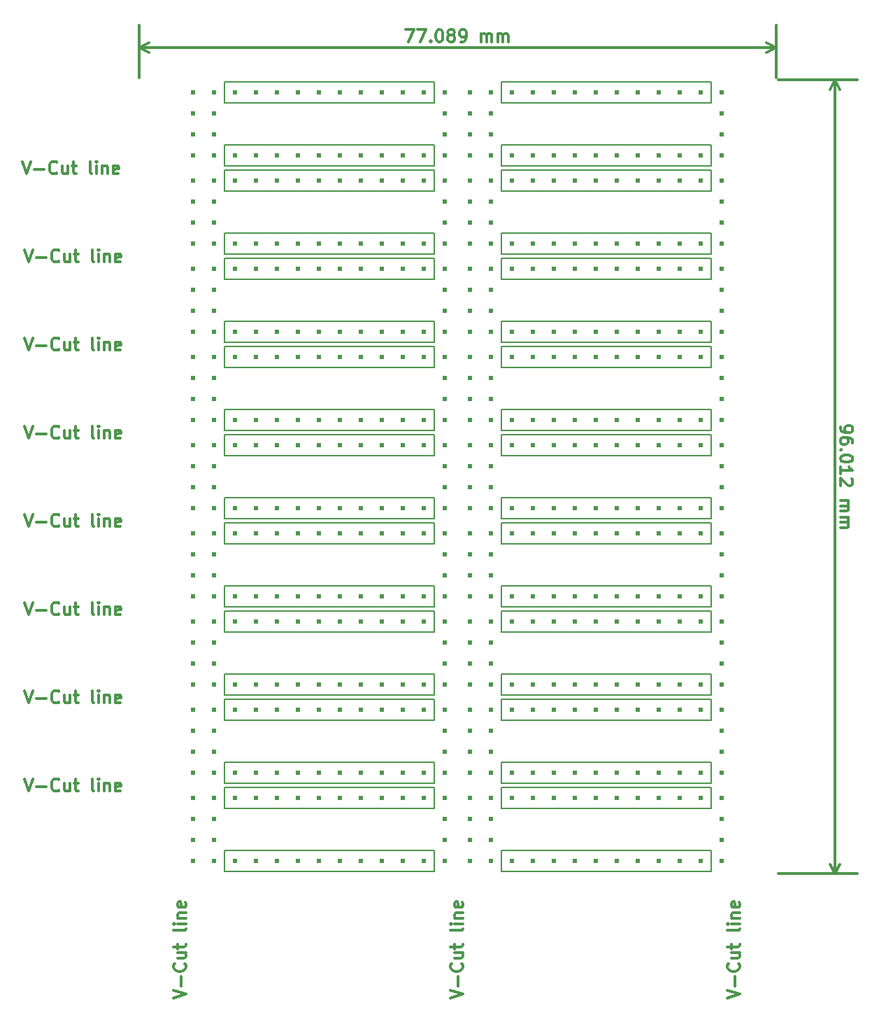
<source format=gbr>
G04 #@! TF.FileFunction,Drawing*
%FSLAX46Y46*%
G04 Gerber Fmt 4.6, Leading zero omitted, Abs format (unit mm)*
G04 Created by KiCad (PCBNEW 4.0.6-e0-6349~53~ubuntu16.04.1) date Sun Jun 25 16:08:35 2017*
%MOMM*%
%LPD*%
G01*
G04 APERTURE LIST*
%ADD10C,0.100000*%
%ADD11C,0.300000*%
%ADD12C,0.127000*%
G04 APERTURE END LIST*
D10*
D11*
X66234571Y-111084571D02*
X67734571Y-110584571D01*
X66234571Y-110084571D01*
X67163143Y-109584571D02*
X67163143Y-108441714D01*
X67591714Y-106870285D02*
X67663143Y-106941714D01*
X67734571Y-107156000D01*
X67734571Y-107298857D01*
X67663143Y-107513142D01*
X67520286Y-107656000D01*
X67377429Y-107727428D01*
X67091714Y-107798857D01*
X66877429Y-107798857D01*
X66591714Y-107727428D01*
X66448857Y-107656000D01*
X66306000Y-107513142D01*
X66234571Y-107298857D01*
X66234571Y-107156000D01*
X66306000Y-106941714D01*
X66377429Y-106870285D01*
X66734571Y-105584571D02*
X67734571Y-105584571D01*
X66734571Y-106227428D02*
X67520286Y-106227428D01*
X67663143Y-106156000D01*
X67734571Y-106013142D01*
X67734571Y-105798857D01*
X67663143Y-105656000D01*
X67591714Y-105584571D01*
X66734571Y-105084571D02*
X66734571Y-104513142D01*
X66234571Y-104870285D02*
X67520286Y-104870285D01*
X67663143Y-104798857D01*
X67734571Y-104655999D01*
X67734571Y-104513142D01*
X67734571Y-102655999D02*
X67663143Y-102798857D01*
X67520286Y-102870285D01*
X66234571Y-102870285D01*
X67734571Y-102084571D02*
X66734571Y-102084571D01*
X66234571Y-102084571D02*
X66306000Y-102156000D01*
X66377429Y-102084571D01*
X66306000Y-102013143D01*
X66234571Y-102084571D01*
X66377429Y-102084571D01*
X66734571Y-101370285D02*
X67734571Y-101370285D01*
X66877429Y-101370285D02*
X66806000Y-101298857D01*
X66734571Y-101155999D01*
X66734571Y-100941714D01*
X66806000Y-100798857D01*
X66948857Y-100727428D01*
X67734571Y-100727428D01*
X67663143Y-99441714D02*
X67734571Y-99584571D01*
X67734571Y-99870285D01*
X67663143Y-100013142D01*
X67520286Y-100084571D01*
X66948857Y-100084571D01*
X66806000Y-100013142D01*
X66734571Y-99870285D01*
X66734571Y-99584571D01*
X66806000Y-99441714D01*
X66948857Y-99370285D01*
X67091714Y-99370285D01*
X67234571Y-100084571D01*
X32706571Y-111084571D02*
X34206571Y-110584571D01*
X32706571Y-110084571D01*
X33635143Y-109584571D02*
X33635143Y-108441714D01*
X34063714Y-106870285D02*
X34135143Y-106941714D01*
X34206571Y-107156000D01*
X34206571Y-107298857D01*
X34135143Y-107513142D01*
X33992286Y-107656000D01*
X33849429Y-107727428D01*
X33563714Y-107798857D01*
X33349429Y-107798857D01*
X33063714Y-107727428D01*
X32920857Y-107656000D01*
X32778000Y-107513142D01*
X32706571Y-107298857D01*
X32706571Y-107156000D01*
X32778000Y-106941714D01*
X32849429Y-106870285D01*
X33206571Y-105584571D02*
X34206571Y-105584571D01*
X33206571Y-106227428D02*
X33992286Y-106227428D01*
X34135143Y-106156000D01*
X34206571Y-106013142D01*
X34206571Y-105798857D01*
X34135143Y-105656000D01*
X34063714Y-105584571D01*
X33206571Y-105084571D02*
X33206571Y-104513142D01*
X32706571Y-104870285D02*
X33992286Y-104870285D01*
X34135143Y-104798857D01*
X34206571Y-104655999D01*
X34206571Y-104513142D01*
X34206571Y-102655999D02*
X34135143Y-102798857D01*
X33992286Y-102870285D01*
X32706571Y-102870285D01*
X34206571Y-102084571D02*
X33206571Y-102084571D01*
X32706571Y-102084571D02*
X32778000Y-102156000D01*
X32849429Y-102084571D01*
X32778000Y-102013143D01*
X32706571Y-102084571D01*
X32849429Y-102084571D01*
X33206571Y-101370285D02*
X34206571Y-101370285D01*
X33349429Y-101370285D02*
X33278000Y-101298857D01*
X33206571Y-101155999D01*
X33206571Y-100941714D01*
X33278000Y-100798857D01*
X33420857Y-100727428D01*
X34206571Y-100727428D01*
X34135143Y-99441714D02*
X34206571Y-99584571D01*
X34206571Y-99870285D01*
X34135143Y-100013142D01*
X33992286Y-100084571D01*
X33420857Y-100084571D01*
X33278000Y-100013142D01*
X33206571Y-99870285D01*
X33206571Y-99584571D01*
X33278000Y-99441714D01*
X33420857Y-99370285D01*
X33563714Y-99370285D01*
X33706571Y-100084571D01*
X-821429Y-111084571D02*
X678571Y-110584571D01*
X-821429Y-110084571D01*
X107143Y-109584571D02*
X107143Y-108441714D01*
X535714Y-106870285D02*
X607143Y-106941714D01*
X678571Y-107156000D01*
X678571Y-107298857D01*
X607143Y-107513142D01*
X464286Y-107656000D01*
X321429Y-107727428D01*
X35714Y-107798857D01*
X-178571Y-107798857D01*
X-464286Y-107727428D01*
X-607143Y-107656000D01*
X-750000Y-107513142D01*
X-821429Y-107298857D01*
X-821429Y-107156000D01*
X-750000Y-106941714D01*
X-678571Y-106870285D01*
X-321429Y-105584571D02*
X678571Y-105584571D01*
X-321429Y-106227428D02*
X464286Y-106227428D01*
X607143Y-106156000D01*
X678571Y-106013142D01*
X678571Y-105798857D01*
X607143Y-105656000D01*
X535714Y-105584571D01*
X-321429Y-105084571D02*
X-321429Y-104513142D01*
X-821429Y-104870285D02*
X464286Y-104870285D01*
X607143Y-104798857D01*
X678571Y-104655999D01*
X678571Y-104513142D01*
X678571Y-102655999D02*
X607143Y-102798857D01*
X464286Y-102870285D01*
X-821429Y-102870285D01*
X678571Y-102084571D02*
X-321429Y-102084571D01*
X-821429Y-102084571D02*
X-750000Y-102156000D01*
X-678571Y-102084571D01*
X-750000Y-102013143D01*
X-821429Y-102084571D01*
X-678571Y-102084571D01*
X-321429Y-101370285D02*
X678571Y-101370285D01*
X-178571Y-101370285D02*
X-250000Y-101298857D01*
X-321429Y-101155999D01*
X-321429Y-100941714D01*
X-250000Y-100798857D01*
X-107143Y-100727428D01*
X678571Y-100727428D01*
X607143Y-99441714D02*
X678571Y-99584571D01*
X678571Y-99870285D01*
X607143Y-100013142D01*
X464286Y-100084571D01*
X-107143Y-100084571D01*
X-250000Y-100013142D01*
X-321429Y-99870285D01*
X-321429Y-99584571D01*
X-250000Y-99441714D01*
X-107143Y-99370285D01*
X35714Y-99370285D01*
X178571Y-100084571D01*
X-18882571Y-84522571D02*
X-18382571Y-86022571D01*
X-17882571Y-84522571D01*
X-17382571Y-85451143D02*
X-16239714Y-85451143D01*
X-14668285Y-85879714D02*
X-14739714Y-85951143D01*
X-14954000Y-86022571D01*
X-15096857Y-86022571D01*
X-15311142Y-85951143D01*
X-15454000Y-85808286D01*
X-15525428Y-85665429D01*
X-15596857Y-85379714D01*
X-15596857Y-85165429D01*
X-15525428Y-84879714D01*
X-15454000Y-84736857D01*
X-15311142Y-84594000D01*
X-15096857Y-84522571D01*
X-14954000Y-84522571D01*
X-14739714Y-84594000D01*
X-14668285Y-84665429D01*
X-13382571Y-85022571D02*
X-13382571Y-86022571D01*
X-14025428Y-85022571D02*
X-14025428Y-85808286D01*
X-13954000Y-85951143D01*
X-13811142Y-86022571D01*
X-13596857Y-86022571D01*
X-13454000Y-85951143D01*
X-13382571Y-85879714D01*
X-12882571Y-85022571D02*
X-12311142Y-85022571D01*
X-12668285Y-84522571D02*
X-12668285Y-85808286D01*
X-12596857Y-85951143D01*
X-12453999Y-86022571D01*
X-12311142Y-86022571D01*
X-10453999Y-86022571D02*
X-10596857Y-85951143D01*
X-10668285Y-85808286D01*
X-10668285Y-84522571D01*
X-9882571Y-86022571D02*
X-9882571Y-85022571D01*
X-9882571Y-84522571D02*
X-9954000Y-84594000D01*
X-9882571Y-84665429D01*
X-9811143Y-84594000D01*
X-9882571Y-84522571D01*
X-9882571Y-84665429D01*
X-9168285Y-85022571D02*
X-9168285Y-86022571D01*
X-9168285Y-85165429D02*
X-9096857Y-85094000D01*
X-8953999Y-85022571D01*
X-8739714Y-85022571D01*
X-8596857Y-85094000D01*
X-8525428Y-85236857D01*
X-8525428Y-86022571D01*
X-7239714Y-85951143D02*
X-7382571Y-86022571D01*
X-7668285Y-86022571D01*
X-7811142Y-85951143D01*
X-7882571Y-85808286D01*
X-7882571Y-85236857D01*
X-7811142Y-85094000D01*
X-7668285Y-85022571D01*
X-7382571Y-85022571D01*
X-7239714Y-85094000D01*
X-7168285Y-85236857D01*
X-7168285Y-85379714D01*
X-7882571Y-85522571D01*
X-18882571Y-73854571D02*
X-18382571Y-75354571D01*
X-17882571Y-73854571D01*
X-17382571Y-74783143D02*
X-16239714Y-74783143D01*
X-14668285Y-75211714D02*
X-14739714Y-75283143D01*
X-14954000Y-75354571D01*
X-15096857Y-75354571D01*
X-15311142Y-75283143D01*
X-15454000Y-75140286D01*
X-15525428Y-74997429D01*
X-15596857Y-74711714D01*
X-15596857Y-74497429D01*
X-15525428Y-74211714D01*
X-15454000Y-74068857D01*
X-15311142Y-73926000D01*
X-15096857Y-73854571D01*
X-14954000Y-73854571D01*
X-14739714Y-73926000D01*
X-14668285Y-73997429D01*
X-13382571Y-74354571D02*
X-13382571Y-75354571D01*
X-14025428Y-74354571D02*
X-14025428Y-75140286D01*
X-13954000Y-75283143D01*
X-13811142Y-75354571D01*
X-13596857Y-75354571D01*
X-13454000Y-75283143D01*
X-13382571Y-75211714D01*
X-12882571Y-74354571D02*
X-12311142Y-74354571D01*
X-12668285Y-73854571D02*
X-12668285Y-75140286D01*
X-12596857Y-75283143D01*
X-12453999Y-75354571D01*
X-12311142Y-75354571D01*
X-10453999Y-75354571D02*
X-10596857Y-75283143D01*
X-10668285Y-75140286D01*
X-10668285Y-73854571D01*
X-9882571Y-75354571D02*
X-9882571Y-74354571D01*
X-9882571Y-73854571D02*
X-9954000Y-73926000D01*
X-9882571Y-73997429D01*
X-9811143Y-73926000D01*
X-9882571Y-73854571D01*
X-9882571Y-73997429D01*
X-9168285Y-74354571D02*
X-9168285Y-75354571D01*
X-9168285Y-74497429D02*
X-9096857Y-74426000D01*
X-8953999Y-74354571D01*
X-8739714Y-74354571D01*
X-8596857Y-74426000D01*
X-8525428Y-74568857D01*
X-8525428Y-75354571D01*
X-7239714Y-75283143D02*
X-7382571Y-75354571D01*
X-7668285Y-75354571D01*
X-7811142Y-75283143D01*
X-7882571Y-75140286D01*
X-7882571Y-74568857D01*
X-7811142Y-74426000D01*
X-7668285Y-74354571D01*
X-7382571Y-74354571D01*
X-7239714Y-74426000D01*
X-7168285Y-74568857D01*
X-7168285Y-74711714D01*
X-7882571Y-74854571D01*
X-18882571Y-63186571D02*
X-18382571Y-64686571D01*
X-17882571Y-63186571D01*
X-17382571Y-64115143D02*
X-16239714Y-64115143D01*
X-14668285Y-64543714D02*
X-14739714Y-64615143D01*
X-14954000Y-64686571D01*
X-15096857Y-64686571D01*
X-15311142Y-64615143D01*
X-15454000Y-64472286D01*
X-15525428Y-64329429D01*
X-15596857Y-64043714D01*
X-15596857Y-63829429D01*
X-15525428Y-63543714D01*
X-15454000Y-63400857D01*
X-15311142Y-63258000D01*
X-15096857Y-63186571D01*
X-14954000Y-63186571D01*
X-14739714Y-63258000D01*
X-14668285Y-63329429D01*
X-13382571Y-63686571D02*
X-13382571Y-64686571D01*
X-14025428Y-63686571D02*
X-14025428Y-64472286D01*
X-13954000Y-64615143D01*
X-13811142Y-64686571D01*
X-13596857Y-64686571D01*
X-13454000Y-64615143D01*
X-13382571Y-64543714D01*
X-12882571Y-63686571D02*
X-12311142Y-63686571D01*
X-12668285Y-63186571D02*
X-12668285Y-64472286D01*
X-12596857Y-64615143D01*
X-12453999Y-64686571D01*
X-12311142Y-64686571D01*
X-10453999Y-64686571D02*
X-10596857Y-64615143D01*
X-10668285Y-64472286D01*
X-10668285Y-63186571D01*
X-9882571Y-64686571D02*
X-9882571Y-63686571D01*
X-9882571Y-63186571D02*
X-9954000Y-63258000D01*
X-9882571Y-63329429D01*
X-9811143Y-63258000D01*
X-9882571Y-63186571D01*
X-9882571Y-63329429D01*
X-9168285Y-63686571D02*
X-9168285Y-64686571D01*
X-9168285Y-63829429D02*
X-9096857Y-63758000D01*
X-8953999Y-63686571D01*
X-8739714Y-63686571D01*
X-8596857Y-63758000D01*
X-8525428Y-63900857D01*
X-8525428Y-64686571D01*
X-7239714Y-64615143D02*
X-7382571Y-64686571D01*
X-7668285Y-64686571D01*
X-7811142Y-64615143D01*
X-7882571Y-64472286D01*
X-7882571Y-63900857D01*
X-7811142Y-63758000D01*
X-7668285Y-63686571D01*
X-7382571Y-63686571D01*
X-7239714Y-63758000D01*
X-7168285Y-63900857D01*
X-7168285Y-64043714D01*
X-7882571Y-64186571D01*
X-18882571Y-52518571D02*
X-18382571Y-54018571D01*
X-17882571Y-52518571D01*
X-17382571Y-53447143D02*
X-16239714Y-53447143D01*
X-14668285Y-53875714D02*
X-14739714Y-53947143D01*
X-14954000Y-54018571D01*
X-15096857Y-54018571D01*
X-15311142Y-53947143D01*
X-15454000Y-53804286D01*
X-15525428Y-53661429D01*
X-15596857Y-53375714D01*
X-15596857Y-53161429D01*
X-15525428Y-52875714D01*
X-15454000Y-52732857D01*
X-15311142Y-52590000D01*
X-15096857Y-52518571D01*
X-14954000Y-52518571D01*
X-14739714Y-52590000D01*
X-14668285Y-52661429D01*
X-13382571Y-53018571D02*
X-13382571Y-54018571D01*
X-14025428Y-53018571D02*
X-14025428Y-53804286D01*
X-13954000Y-53947143D01*
X-13811142Y-54018571D01*
X-13596857Y-54018571D01*
X-13454000Y-53947143D01*
X-13382571Y-53875714D01*
X-12882571Y-53018571D02*
X-12311142Y-53018571D01*
X-12668285Y-52518571D02*
X-12668285Y-53804286D01*
X-12596857Y-53947143D01*
X-12453999Y-54018571D01*
X-12311142Y-54018571D01*
X-10453999Y-54018571D02*
X-10596857Y-53947143D01*
X-10668285Y-53804286D01*
X-10668285Y-52518571D01*
X-9882571Y-54018571D02*
X-9882571Y-53018571D01*
X-9882571Y-52518571D02*
X-9954000Y-52590000D01*
X-9882571Y-52661429D01*
X-9811143Y-52590000D01*
X-9882571Y-52518571D01*
X-9882571Y-52661429D01*
X-9168285Y-53018571D02*
X-9168285Y-54018571D01*
X-9168285Y-53161429D02*
X-9096857Y-53090000D01*
X-8953999Y-53018571D01*
X-8739714Y-53018571D01*
X-8596857Y-53090000D01*
X-8525428Y-53232857D01*
X-8525428Y-54018571D01*
X-7239714Y-53947143D02*
X-7382571Y-54018571D01*
X-7668285Y-54018571D01*
X-7811142Y-53947143D01*
X-7882571Y-53804286D01*
X-7882571Y-53232857D01*
X-7811142Y-53090000D01*
X-7668285Y-53018571D01*
X-7382571Y-53018571D01*
X-7239714Y-53090000D01*
X-7168285Y-53232857D01*
X-7168285Y-53375714D01*
X-7882571Y-53518571D01*
X-18882571Y-41850571D02*
X-18382571Y-43350571D01*
X-17882571Y-41850571D01*
X-17382571Y-42779143D02*
X-16239714Y-42779143D01*
X-14668285Y-43207714D02*
X-14739714Y-43279143D01*
X-14954000Y-43350571D01*
X-15096857Y-43350571D01*
X-15311142Y-43279143D01*
X-15454000Y-43136286D01*
X-15525428Y-42993429D01*
X-15596857Y-42707714D01*
X-15596857Y-42493429D01*
X-15525428Y-42207714D01*
X-15454000Y-42064857D01*
X-15311142Y-41922000D01*
X-15096857Y-41850571D01*
X-14954000Y-41850571D01*
X-14739714Y-41922000D01*
X-14668285Y-41993429D01*
X-13382571Y-42350571D02*
X-13382571Y-43350571D01*
X-14025428Y-42350571D02*
X-14025428Y-43136286D01*
X-13954000Y-43279143D01*
X-13811142Y-43350571D01*
X-13596857Y-43350571D01*
X-13454000Y-43279143D01*
X-13382571Y-43207714D01*
X-12882571Y-42350571D02*
X-12311142Y-42350571D01*
X-12668285Y-41850571D02*
X-12668285Y-43136286D01*
X-12596857Y-43279143D01*
X-12453999Y-43350571D01*
X-12311142Y-43350571D01*
X-10453999Y-43350571D02*
X-10596857Y-43279143D01*
X-10668285Y-43136286D01*
X-10668285Y-41850571D01*
X-9882571Y-43350571D02*
X-9882571Y-42350571D01*
X-9882571Y-41850571D02*
X-9954000Y-41922000D01*
X-9882571Y-41993429D01*
X-9811143Y-41922000D01*
X-9882571Y-41850571D01*
X-9882571Y-41993429D01*
X-9168285Y-42350571D02*
X-9168285Y-43350571D01*
X-9168285Y-42493429D02*
X-9096857Y-42422000D01*
X-8953999Y-42350571D01*
X-8739714Y-42350571D01*
X-8596857Y-42422000D01*
X-8525428Y-42564857D01*
X-8525428Y-43350571D01*
X-7239714Y-43279143D02*
X-7382571Y-43350571D01*
X-7668285Y-43350571D01*
X-7811142Y-43279143D01*
X-7882571Y-43136286D01*
X-7882571Y-42564857D01*
X-7811142Y-42422000D01*
X-7668285Y-42350571D01*
X-7382571Y-42350571D01*
X-7239714Y-42422000D01*
X-7168285Y-42564857D01*
X-7168285Y-42707714D01*
X-7882571Y-42850571D01*
X-18882571Y-31182571D02*
X-18382571Y-32682571D01*
X-17882571Y-31182571D01*
X-17382571Y-32111143D02*
X-16239714Y-32111143D01*
X-14668285Y-32539714D02*
X-14739714Y-32611143D01*
X-14954000Y-32682571D01*
X-15096857Y-32682571D01*
X-15311142Y-32611143D01*
X-15454000Y-32468286D01*
X-15525428Y-32325429D01*
X-15596857Y-32039714D01*
X-15596857Y-31825429D01*
X-15525428Y-31539714D01*
X-15454000Y-31396857D01*
X-15311142Y-31254000D01*
X-15096857Y-31182571D01*
X-14954000Y-31182571D01*
X-14739714Y-31254000D01*
X-14668285Y-31325429D01*
X-13382571Y-31682571D02*
X-13382571Y-32682571D01*
X-14025428Y-31682571D02*
X-14025428Y-32468286D01*
X-13954000Y-32611143D01*
X-13811142Y-32682571D01*
X-13596857Y-32682571D01*
X-13454000Y-32611143D01*
X-13382571Y-32539714D01*
X-12882571Y-31682571D02*
X-12311142Y-31682571D01*
X-12668285Y-31182571D02*
X-12668285Y-32468286D01*
X-12596857Y-32611143D01*
X-12453999Y-32682571D01*
X-12311142Y-32682571D01*
X-10453999Y-32682571D02*
X-10596857Y-32611143D01*
X-10668285Y-32468286D01*
X-10668285Y-31182571D01*
X-9882571Y-32682571D02*
X-9882571Y-31682571D01*
X-9882571Y-31182571D02*
X-9954000Y-31254000D01*
X-9882571Y-31325429D01*
X-9811143Y-31254000D01*
X-9882571Y-31182571D01*
X-9882571Y-31325429D01*
X-9168285Y-31682571D02*
X-9168285Y-32682571D01*
X-9168285Y-31825429D02*
X-9096857Y-31754000D01*
X-8953999Y-31682571D01*
X-8739714Y-31682571D01*
X-8596857Y-31754000D01*
X-8525428Y-31896857D01*
X-8525428Y-32682571D01*
X-7239714Y-32611143D02*
X-7382571Y-32682571D01*
X-7668285Y-32682571D01*
X-7811142Y-32611143D01*
X-7882571Y-32468286D01*
X-7882571Y-31896857D01*
X-7811142Y-31754000D01*
X-7668285Y-31682571D01*
X-7382571Y-31682571D01*
X-7239714Y-31754000D01*
X-7168285Y-31896857D01*
X-7168285Y-32039714D01*
X-7882571Y-32182571D01*
X-18882571Y-20514571D02*
X-18382571Y-22014571D01*
X-17882571Y-20514571D01*
X-17382571Y-21443143D02*
X-16239714Y-21443143D01*
X-14668285Y-21871714D02*
X-14739714Y-21943143D01*
X-14954000Y-22014571D01*
X-15096857Y-22014571D01*
X-15311142Y-21943143D01*
X-15454000Y-21800286D01*
X-15525428Y-21657429D01*
X-15596857Y-21371714D01*
X-15596857Y-21157429D01*
X-15525428Y-20871714D01*
X-15454000Y-20728857D01*
X-15311142Y-20586000D01*
X-15096857Y-20514571D01*
X-14954000Y-20514571D01*
X-14739714Y-20586000D01*
X-14668285Y-20657429D01*
X-13382571Y-21014571D02*
X-13382571Y-22014571D01*
X-14025428Y-21014571D02*
X-14025428Y-21800286D01*
X-13954000Y-21943143D01*
X-13811142Y-22014571D01*
X-13596857Y-22014571D01*
X-13454000Y-21943143D01*
X-13382571Y-21871714D01*
X-12882571Y-21014571D02*
X-12311142Y-21014571D01*
X-12668285Y-20514571D02*
X-12668285Y-21800286D01*
X-12596857Y-21943143D01*
X-12453999Y-22014571D01*
X-12311142Y-22014571D01*
X-10453999Y-22014571D02*
X-10596857Y-21943143D01*
X-10668285Y-21800286D01*
X-10668285Y-20514571D01*
X-9882571Y-22014571D02*
X-9882571Y-21014571D01*
X-9882571Y-20514571D02*
X-9954000Y-20586000D01*
X-9882571Y-20657429D01*
X-9811143Y-20586000D01*
X-9882571Y-20514571D01*
X-9882571Y-20657429D01*
X-9168285Y-21014571D02*
X-9168285Y-22014571D01*
X-9168285Y-21157429D02*
X-9096857Y-21086000D01*
X-8953999Y-21014571D01*
X-8739714Y-21014571D01*
X-8596857Y-21086000D01*
X-8525428Y-21228857D01*
X-8525428Y-22014571D01*
X-7239714Y-21943143D02*
X-7382571Y-22014571D01*
X-7668285Y-22014571D01*
X-7811142Y-21943143D01*
X-7882571Y-21800286D01*
X-7882571Y-21228857D01*
X-7811142Y-21086000D01*
X-7668285Y-21014571D01*
X-7382571Y-21014571D01*
X-7239714Y-21086000D01*
X-7168285Y-21228857D01*
X-7168285Y-21371714D01*
X-7882571Y-21514571D01*
X-19136571Y-9846571D02*
X-18636571Y-11346571D01*
X-18136571Y-9846571D01*
X-17636571Y-10775143D02*
X-16493714Y-10775143D01*
X-14922285Y-11203714D02*
X-14993714Y-11275143D01*
X-15208000Y-11346571D01*
X-15350857Y-11346571D01*
X-15565142Y-11275143D01*
X-15708000Y-11132286D01*
X-15779428Y-10989429D01*
X-15850857Y-10703714D01*
X-15850857Y-10489429D01*
X-15779428Y-10203714D01*
X-15708000Y-10060857D01*
X-15565142Y-9918000D01*
X-15350857Y-9846571D01*
X-15208000Y-9846571D01*
X-14993714Y-9918000D01*
X-14922285Y-9989429D01*
X-13636571Y-10346571D02*
X-13636571Y-11346571D01*
X-14279428Y-10346571D02*
X-14279428Y-11132286D01*
X-14208000Y-11275143D01*
X-14065142Y-11346571D01*
X-13850857Y-11346571D01*
X-13708000Y-11275143D01*
X-13636571Y-11203714D01*
X-13136571Y-10346571D02*
X-12565142Y-10346571D01*
X-12922285Y-9846571D02*
X-12922285Y-11132286D01*
X-12850857Y-11275143D01*
X-12707999Y-11346571D01*
X-12565142Y-11346571D01*
X-10707999Y-11346571D02*
X-10850857Y-11275143D01*
X-10922285Y-11132286D01*
X-10922285Y-9846571D01*
X-10136571Y-11346571D02*
X-10136571Y-10346571D01*
X-10136571Y-9846571D02*
X-10208000Y-9918000D01*
X-10136571Y-9989429D01*
X-10065143Y-9918000D01*
X-10136571Y-9846571D01*
X-10136571Y-9989429D01*
X-9422285Y-10346571D02*
X-9422285Y-11346571D01*
X-9422285Y-10489429D02*
X-9350857Y-10418000D01*
X-9207999Y-10346571D01*
X-8993714Y-10346571D01*
X-8850857Y-10418000D01*
X-8779428Y-10560857D01*
X-8779428Y-11346571D01*
X-7493714Y-11275143D02*
X-7636571Y-11346571D01*
X-7922285Y-11346571D01*
X-8065142Y-11275143D01*
X-8136571Y-11132286D01*
X-8136571Y-10560857D01*
X-8065142Y-10418000D01*
X-7922285Y-10346571D01*
X-7636571Y-10346571D01*
X-7493714Y-10418000D01*
X-7422285Y-10560857D01*
X-7422285Y-10703714D01*
X-8136571Y-10846571D01*
X79919429Y-41934572D02*
X79919429Y-42220287D01*
X79990857Y-42363144D01*
X80062286Y-42434572D01*
X80276571Y-42577430D01*
X80562286Y-42648858D01*
X81133714Y-42648858D01*
X81276571Y-42577430D01*
X81348000Y-42506001D01*
X81419429Y-42363144D01*
X81419429Y-42077430D01*
X81348000Y-41934572D01*
X81276571Y-41863144D01*
X81133714Y-41791715D01*
X80776571Y-41791715D01*
X80633714Y-41863144D01*
X80562286Y-41934572D01*
X80490857Y-42077430D01*
X80490857Y-42363144D01*
X80562286Y-42506001D01*
X80633714Y-42577430D01*
X80776571Y-42648858D01*
X81419429Y-43934572D02*
X81419429Y-43648858D01*
X81348000Y-43506001D01*
X81276571Y-43434572D01*
X81062286Y-43291715D01*
X80776571Y-43220286D01*
X80205143Y-43220286D01*
X80062286Y-43291715D01*
X79990857Y-43363143D01*
X79919429Y-43506001D01*
X79919429Y-43791715D01*
X79990857Y-43934572D01*
X80062286Y-44006001D01*
X80205143Y-44077429D01*
X80562286Y-44077429D01*
X80705143Y-44006001D01*
X80776571Y-43934572D01*
X80848000Y-43791715D01*
X80848000Y-43506001D01*
X80776571Y-43363143D01*
X80705143Y-43291715D01*
X80562286Y-43220286D01*
X80062286Y-44720286D02*
X79990857Y-44791714D01*
X79919429Y-44720286D01*
X79990857Y-44648857D01*
X80062286Y-44720286D01*
X79919429Y-44720286D01*
X81419429Y-45720286D02*
X81419429Y-45863143D01*
X81348000Y-46006000D01*
X81276571Y-46077429D01*
X81133714Y-46148858D01*
X80848000Y-46220286D01*
X80490857Y-46220286D01*
X80205143Y-46148858D01*
X80062286Y-46077429D01*
X79990857Y-46006000D01*
X79919429Y-45863143D01*
X79919429Y-45720286D01*
X79990857Y-45577429D01*
X80062286Y-45506000D01*
X80205143Y-45434572D01*
X80490857Y-45363143D01*
X80848000Y-45363143D01*
X81133714Y-45434572D01*
X81276571Y-45506000D01*
X81348000Y-45577429D01*
X81419429Y-45720286D01*
X79919429Y-47648857D02*
X79919429Y-46791714D01*
X79919429Y-47220286D02*
X81419429Y-47220286D01*
X81205143Y-47077429D01*
X81062286Y-46934571D01*
X80990857Y-46791714D01*
X81276571Y-48220285D02*
X81348000Y-48291714D01*
X81419429Y-48434571D01*
X81419429Y-48791714D01*
X81348000Y-48934571D01*
X81276571Y-49006000D01*
X81133714Y-49077428D01*
X80990857Y-49077428D01*
X80776571Y-49006000D01*
X79919429Y-48148857D01*
X79919429Y-49077428D01*
X79919429Y-50863142D02*
X80919429Y-50863142D01*
X80776571Y-50863142D02*
X80848000Y-50934570D01*
X80919429Y-51077428D01*
X80919429Y-51291713D01*
X80848000Y-51434570D01*
X80705143Y-51505999D01*
X79919429Y-51505999D01*
X80705143Y-51505999D02*
X80848000Y-51577428D01*
X80919429Y-51720285D01*
X80919429Y-51934570D01*
X80848000Y-52077428D01*
X80705143Y-52148856D01*
X79919429Y-52148856D01*
X79919429Y-52863142D02*
X80919429Y-52863142D01*
X80776571Y-52863142D02*
X80848000Y-52934570D01*
X80919429Y-53077428D01*
X80919429Y-53291713D01*
X80848000Y-53434570D01*
X80705143Y-53505999D01*
X79919429Y-53505999D01*
X80705143Y-53505999D02*
X80848000Y-53577428D01*
X80919429Y-53720285D01*
X80919429Y-53934570D01*
X80848000Y-54077428D01*
X80705143Y-54148856D01*
X79919429Y-54148856D01*
X79248000Y0D02*
X79248000Y-96012000D01*
X72390000Y0D02*
X81948000Y0D01*
X72390000Y-96012000D02*
X81948000Y-96012000D01*
X79248000Y-96012000D02*
X78661579Y-94885496D01*
X79248000Y-96012000D02*
X79834421Y-94885496D01*
X79248000Y0D02*
X78661579Y-1126504D01*
X79248000Y0D02*
X79834421Y-1126504D01*
X27305787Y6108428D02*
X28305787Y6108428D01*
X27662930Y4608428D01*
X28734358Y6108428D02*
X29734358Y6108428D01*
X29091501Y4608428D01*
X30305786Y4751285D02*
X30377214Y4679856D01*
X30305786Y4608428D01*
X30234357Y4679856D01*
X30305786Y4751285D01*
X30305786Y4608428D01*
X31305786Y6108428D02*
X31448643Y6108428D01*
X31591500Y6036999D01*
X31662929Y5965570D01*
X31734358Y5822713D01*
X31805786Y5536999D01*
X31805786Y5179856D01*
X31734358Y4894142D01*
X31662929Y4751285D01*
X31591500Y4679856D01*
X31448643Y4608428D01*
X31305786Y4608428D01*
X31162929Y4679856D01*
X31091500Y4751285D01*
X31020072Y4894142D01*
X30948643Y5179856D01*
X30948643Y5536999D01*
X31020072Y5822713D01*
X31091500Y5965570D01*
X31162929Y6036999D01*
X31305786Y6108428D01*
X32662929Y5465570D02*
X32520071Y5536999D01*
X32448643Y5608428D01*
X32377214Y5751285D01*
X32377214Y5822713D01*
X32448643Y5965570D01*
X32520071Y6036999D01*
X32662929Y6108428D01*
X32948643Y6108428D01*
X33091500Y6036999D01*
X33162929Y5965570D01*
X33234357Y5822713D01*
X33234357Y5751285D01*
X33162929Y5608428D01*
X33091500Y5536999D01*
X32948643Y5465570D01*
X32662929Y5465570D01*
X32520071Y5394142D01*
X32448643Y5322713D01*
X32377214Y5179856D01*
X32377214Y4894142D01*
X32448643Y4751285D01*
X32520071Y4679856D01*
X32662929Y4608428D01*
X32948643Y4608428D01*
X33091500Y4679856D01*
X33162929Y4751285D01*
X33234357Y4894142D01*
X33234357Y5179856D01*
X33162929Y5322713D01*
X33091500Y5394142D01*
X32948643Y5465570D01*
X33948642Y4608428D02*
X34234357Y4608428D01*
X34377214Y4679856D01*
X34448642Y4751285D01*
X34591500Y4965570D01*
X34662928Y5251285D01*
X34662928Y5822713D01*
X34591500Y5965570D01*
X34520071Y6036999D01*
X34377214Y6108428D01*
X34091500Y6108428D01*
X33948642Y6036999D01*
X33877214Y5965570D01*
X33805785Y5822713D01*
X33805785Y5465570D01*
X33877214Y5322713D01*
X33948642Y5251285D01*
X34091500Y5179856D01*
X34377214Y5179856D01*
X34520071Y5251285D01*
X34591500Y5322713D01*
X34662928Y5465570D01*
X36448642Y4608428D02*
X36448642Y5608428D01*
X36448642Y5465570D02*
X36520070Y5536999D01*
X36662928Y5608428D01*
X36877213Y5608428D01*
X37020070Y5536999D01*
X37091499Y5394142D01*
X37091499Y4608428D01*
X37091499Y5394142D02*
X37162928Y5536999D01*
X37305785Y5608428D01*
X37520070Y5608428D01*
X37662928Y5536999D01*
X37734356Y5394142D01*
X37734356Y4608428D01*
X38448642Y4608428D02*
X38448642Y5608428D01*
X38448642Y5465570D02*
X38520070Y5536999D01*
X38662928Y5608428D01*
X38877213Y5608428D01*
X39020070Y5536999D01*
X39091499Y5394142D01*
X39091499Y4608428D01*
X39091499Y5394142D02*
X39162928Y5536999D01*
X39305785Y5608428D01*
X39520070Y5608428D01*
X39662928Y5536999D01*
X39734356Y5394142D01*
X39734356Y4608428D01*
X72136000Y3936999D02*
X-4953000Y3936999D01*
X72136000Y254000D02*
X72136000Y6636999D01*
X-4953000Y254000D02*
X-4953000Y6636999D01*
X-4953000Y3936999D02*
X-3826496Y4523420D01*
X-4953000Y3936999D02*
X-3826496Y3350578D01*
X72136000Y3936999D02*
X71009496Y4523420D01*
X72136000Y3936999D02*
X71009496Y3350578D01*
D10*
G36*
X55118000Y-87122000D02*
X55626000Y-87122000D01*
X55626000Y-86614000D01*
X55118000Y-86614000D01*
X55118000Y-87122000D01*
G37*
G36*
X52578000Y-87122000D02*
X53086000Y-87122000D01*
X53086000Y-86614000D01*
X52578000Y-86614000D01*
X52578000Y-87122000D01*
G37*
G36*
X50038000Y-87122000D02*
X50546000Y-87122000D01*
X50546000Y-86614000D01*
X50038000Y-86614000D01*
X50038000Y-87122000D01*
G37*
G36*
X47498000Y-87122000D02*
X48006000Y-87122000D01*
X48006000Y-86614000D01*
X47498000Y-86614000D01*
X47498000Y-87122000D01*
G37*
G36*
X44958000Y-87122000D02*
X45466000Y-87122000D01*
X45466000Y-86614000D01*
X44958000Y-86614000D01*
X44958000Y-87122000D01*
G37*
G36*
X42418000Y-87122000D02*
X42926000Y-87122000D01*
X42926000Y-86614000D01*
X42418000Y-86614000D01*
X42418000Y-87122000D01*
G37*
G36*
X39878000Y-87122000D02*
X40386000Y-87122000D01*
X40386000Y-86614000D01*
X39878000Y-86614000D01*
X39878000Y-87122000D01*
G37*
G36*
X57658000Y-87122000D02*
X58166000Y-87122000D01*
X58166000Y-86614000D01*
X57658000Y-86614000D01*
X57658000Y-87122000D01*
G37*
G36*
X60198000Y-87122000D02*
X60706000Y-87122000D01*
X60706000Y-86614000D01*
X60198000Y-86614000D01*
X60198000Y-87122000D01*
G37*
G36*
X62738000Y-87122000D02*
X63246000Y-87122000D01*
X63246000Y-86614000D01*
X62738000Y-86614000D01*
X62738000Y-87122000D01*
G37*
D12*
X38862000Y-85598000D02*
X64262000Y-85598000D01*
X38862000Y-85598000D02*
X38862000Y-88138000D01*
X38862000Y-88138000D02*
X64262000Y-88138000D01*
X64262000Y-88138000D02*
X64262000Y-85598000D01*
D10*
G36*
X55118000Y-94742000D02*
X55626000Y-94742000D01*
X55626000Y-94234000D01*
X55118000Y-94234000D01*
X55118000Y-94742000D01*
G37*
G36*
X52578000Y-94742000D02*
X53086000Y-94742000D01*
X53086000Y-94234000D01*
X52578000Y-94234000D01*
X52578000Y-94742000D01*
G37*
G36*
X50038000Y-94742000D02*
X50546000Y-94742000D01*
X50546000Y-94234000D01*
X50038000Y-94234000D01*
X50038000Y-94742000D01*
G37*
G36*
X47498000Y-94742000D02*
X48006000Y-94742000D01*
X48006000Y-94234000D01*
X47498000Y-94234000D01*
X47498000Y-94742000D01*
G37*
G36*
X44958000Y-94742000D02*
X45466000Y-94742000D01*
X45466000Y-94234000D01*
X44958000Y-94234000D01*
X44958000Y-94742000D01*
G37*
G36*
X42418000Y-94742000D02*
X42926000Y-94742000D01*
X42926000Y-94234000D01*
X42418000Y-94234000D01*
X42418000Y-94742000D01*
G37*
G36*
X39878000Y-94742000D02*
X40386000Y-94742000D01*
X40386000Y-94234000D01*
X39878000Y-94234000D01*
X39878000Y-94742000D01*
G37*
G36*
X57658000Y-94742000D02*
X58166000Y-94742000D01*
X58166000Y-94234000D01*
X57658000Y-94234000D01*
X57658000Y-94742000D01*
G37*
G36*
X60198000Y-94742000D02*
X60706000Y-94742000D01*
X60706000Y-94234000D01*
X60198000Y-94234000D01*
X60198000Y-94742000D01*
G37*
G36*
X62738000Y-94742000D02*
X63246000Y-94742000D01*
X63246000Y-94234000D01*
X62738000Y-94234000D01*
X62738000Y-94742000D01*
G37*
D12*
X38862000Y-93218000D02*
X64262000Y-93218000D01*
X38862000Y-93218000D02*
X38862000Y-95758000D01*
X38862000Y-95758000D02*
X64262000Y-95758000D01*
X64262000Y-95758000D02*
X64262000Y-93218000D01*
D10*
G36*
X65786000Y-87122000D02*
X65786000Y-86614000D01*
X65278000Y-86614000D01*
X65278000Y-87122000D01*
X65786000Y-87122000D01*
G37*
G36*
X65786000Y-89662000D02*
X65786000Y-89154000D01*
X65278000Y-89154000D01*
X65278000Y-89662000D01*
X65786000Y-89662000D01*
G37*
G36*
X65786000Y-92202000D02*
X65786000Y-91694000D01*
X65278000Y-91694000D01*
X65278000Y-92202000D01*
X65786000Y-92202000D01*
G37*
G36*
X65786000Y-94742000D02*
X65786000Y-94234000D01*
X65278000Y-94234000D01*
X65278000Y-94742000D01*
X65786000Y-94742000D01*
G37*
G36*
X34798000Y-86614000D02*
X34798000Y-87122000D01*
X35306000Y-87122000D01*
X35306000Y-86614000D01*
X34798000Y-86614000D01*
G37*
G36*
X37338000Y-86614000D02*
X37338000Y-87122000D01*
X37846000Y-87122000D01*
X37846000Y-86614000D01*
X37338000Y-86614000D01*
G37*
G36*
X37338000Y-89154000D02*
X37338000Y-89662000D01*
X37846000Y-89662000D01*
X37846000Y-89154000D01*
X37338000Y-89154000D01*
G37*
G36*
X34798000Y-89154000D02*
X34798000Y-89662000D01*
X35306000Y-89662000D01*
X35306000Y-89154000D01*
X34798000Y-89154000D01*
G37*
G36*
X37338000Y-91694000D02*
X37338000Y-92202000D01*
X37846000Y-92202000D01*
X37846000Y-91694000D01*
X37338000Y-91694000D01*
G37*
G36*
X34798000Y-91694000D02*
X34798000Y-92202000D01*
X35306000Y-92202000D01*
X35306000Y-91694000D01*
X34798000Y-91694000D01*
G37*
G36*
X37338000Y-94234000D02*
X37338000Y-94742000D01*
X37846000Y-94742000D01*
X37846000Y-94234000D01*
X37338000Y-94234000D01*
G37*
G36*
X34798000Y-94234000D02*
X34798000Y-94742000D01*
X35306000Y-94742000D01*
X35306000Y-94234000D01*
X34798000Y-94234000D01*
G37*
G36*
X55118000Y-76454000D02*
X55626000Y-76454000D01*
X55626000Y-75946000D01*
X55118000Y-75946000D01*
X55118000Y-76454000D01*
G37*
G36*
X52578000Y-76454000D02*
X53086000Y-76454000D01*
X53086000Y-75946000D01*
X52578000Y-75946000D01*
X52578000Y-76454000D01*
G37*
G36*
X50038000Y-76454000D02*
X50546000Y-76454000D01*
X50546000Y-75946000D01*
X50038000Y-75946000D01*
X50038000Y-76454000D01*
G37*
G36*
X47498000Y-76454000D02*
X48006000Y-76454000D01*
X48006000Y-75946000D01*
X47498000Y-75946000D01*
X47498000Y-76454000D01*
G37*
G36*
X44958000Y-76454000D02*
X45466000Y-76454000D01*
X45466000Y-75946000D01*
X44958000Y-75946000D01*
X44958000Y-76454000D01*
G37*
G36*
X42418000Y-76454000D02*
X42926000Y-76454000D01*
X42926000Y-75946000D01*
X42418000Y-75946000D01*
X42418000Y-76454000D01*
G37*
G36*
X39878000Y-76454000D02*
X40386000Y-76454000D01*
X40386000Y-75946000D01*
X39878000Y-75946000D01*
X39878000Y-76454000D01*
G37*
G36*
X57658000Y-76454000D02*
X58166000Y-76454000D01*
X58166000Y-75946000D01*
X57658000Y-75946000D01*
X57658000Y-76454000D01*
G37*
G36*
X60198000Y-76454000D02*
X60706000Y-76454000D01*
X60706000Y-75946000D01*
X60198000Y-75946000D01*
X60198000Y-76454000D01*
G37*
G36*
X62738000Y-76454000D02*
X63246000Y-76454000D01*
X63246000Y-75946000D01*
X62738000Y-75946000D01*
X62738000Y-76454000D01*
G37*
D12*
X38862000Y-74930000D02*
X64262000Y-74930000D01*
X38862000Y-74930000D02*
X38862000Y-77470000D01*
X38862000Y-77470000D02*
X64262000Y-77470000D01*
X64262000Y-77470000D02*
X64262000Y-74930000D01*
D10*
G36*
X55118000Y-84074000D02*
X55626000Y-84074000D01*
X55626000Y-83566000D01*
X55118000Y-83566000D01*
X55118000Y-84074000D01*
G37*
G36*
X52578000Y-84074000D02*
X53086000Y-84074000D01*
X53086000Y-83566000D01*
X52578000Y-83566000D01*
X52578000Y-84074000D01*
G37*
G36*
X50038000Y-84074000D02*
X50546000Y-84074000D01*
X50546000Y-83566000D01*
X50038000Y-83566000D01*
X50038000Y-84074000D01*
G37*
G36*
X47498000Y-84074000D02*
X48006000Y-84074000D01*
X48006000Y-83566000D01*
X47498000Y-83566000D01*
X47498000Y-84074000D01*
G37*
G36*
X44958000Y-84074000D02*
X45466000Y-84074000D01*
X45466000Y-83566000D01*
X44958000Y-83566000D01*
X44958000Y-84074000D01*
G37*
G36*
X42418000Y-84074000D02*
X42926000Y-84074000D01*
X42926000Y-83566000D01*
X42418000Y-83566000D01*
X42418000Y-84074000D01*
G37*
G36*
X39878000Y-84074000D02*
X40386000Y-84074000D01*
X40386000Y-83566000D01*
X39878000Y-83566000D01*
X39878000Y-84074000D01*
G37*
G36*
X57658000Y-84074000D02*
X58166000Y-84074000D01*
X58166000Y-83566000D01*
X57658000Y-83566000D01*
X57658000Y-84074000D01*
G37*
G36*
X60198000Y-84074000D02*
X60706000Y-84074000D01*
X60706000Y-83566000D01*
X60198000Y-83566000D01*
X60198000Y-84074000D01*
G37*
G36*
X62738000Y-84074000D02*
X63246000Y-84074000D01*
X63246000Y-83566000D01*
X62738000Y-83566000D01*
X62738000Y-84074000D01*
G37*
D12*
X38862000Y-82550000D02*
X64262000Y-82550000D01*
X38862000Y-82550000D02*
X38862000Y-85090000D01*
X38862000Y-85090000D02*
X64262000Y-85090000D01*
X64262000Y-85090000D02*
X64262000Y-82550000D01*
D10*
G36*
X65786000Y-76454000D02*
X65786000Y-75946000D01*
X65278000Y-75946000D01*
X65278000Y-76454000D01*
X65786000Y-76454000D01*
G37*
G36*
X65786000Y-78994000D02*
X65786000Y-78486000D01*
X65278000Y-78486000D01*
X65278000Y-78994000D01*
X65786000Y-78994000D01*
G37*
G36*
X65786000Y-81534000D02*
X65786000Y-81026000D01*
X65278000Y-81026000D01*
X65278000Y-81534000D01*
X65786000Y-81534000D01*
G37*
G36*
X65786000Y-84074000D02*
X65786000Y-83566000D01*
X65278000Y-83566000D01*
X65278000Y-84074000D01*
X65786000Y-84074000D01*
G37*
G36*
X34798000Y-75946000D02*
X34798000Y-76454000D01*
X35306000Y-76454000D01*
X35306000Y-75946000D01*
X34798000Y-75946000D01*
G37*
G36*
X37338000Y-75946000D02*
X37338000Y-76454000D01*
X37846000Y-76454000D01*
X37846000Y-75946000D01*
X37338000Y-75946000D01*
G37*
G36*
X37338000Y-78486000D02*
X37338000Y-78994000D01*
X37846000Y-78994000D01*
X37846000Y-78486000D01*
X37338000Y-78486000D01*
G37*
G36*
X34798000Y-78486000D02*
X34798000Y-78994000D01*
X35306000Y-78994000D01*
X35306000Y-78486000D01*
X34798000Y-78486000D01*
G37*
G36*
X37338000Y-81026000D02*
X37338000Y-81534000D01*
X37846000Y-81534000D01*
X37846000Y-81026000D01*
X37338000Y-81026000D01*
G37*
G36*
X34798000Y-81026000D02*
X34798000Y-81534000D01*
X35306000Y-81534000D01*
X35306000Y-81026000D01*
X34798000Y-81026000D01*
G37*
G36*
X37338000Y-83566000D02*
X37338000Y-84074000D01*
X37846000Y-84074000D01*
X37846000Y-83566000D01*
X37338000Y-83566000D01*
G37*
G36*
X34798000Y-83566000D02*
X34798000Y-84074000D01*
X35306000Y-84074000D01*
X35306000Y-83566000D01*
X34798000Y-83566000D01*
G37*
G36*
X55118000Y-65786000D02*
X55626000Y-65786000D01*
X55626000Y-65278000D01*
X55118000Y-65278000D01*
X55118000Y-65786000D01*
G37*
G36*
X52578000Y-65786000D02*
X53086000Y-65786000D01*
X53086000Y-65278000D01*
X52578000Y-65278000D01*
X52578000Y-65786000D01*
G37*
G36*
X50038000Y-65786000D02*
X50546000Y-65786000D01*
X50546000Y-65278000D01*
X50038000Y-65278000D01*
X50038000Y-65786000D01*
G37*
G36*
X47498000Y-65786000D02*
X48006000Y-65786000D01*
X48006000Y-65278000D01*
X47498000Y-65278000D01*
X47498000Y-65786000D01*
G37*
G36*
X44958000Y-65786000D02*
X45466000Y-65786000D01*
X45466000Y-65278000D01*
X44958000Y-65278000D01*
X44958000Y-65786000D01*
G37*
G36*
X42418000Y-65786000D02*
X42926000Y-65786000D01*
X42926000Y-65278000D01*
X42418000Y-65278000D01*
X42418000Y-65786000D01*
G37*
G36*
X39878000Y-65786000D02*
X40386000Y-65786000D01*
X40386000Y-65278000D01*
X39878000Y-65278000D01*
X39878000Y-65786000D01*
G37*
G36*
X57658000Y-65786000D02*
X58166000Y-65786000D01*
X58166000Y-65278000D01*
X57658000Y-65278000D01*
X57658000Y-65786000D01*
G37*
G36*
X60198000Y-65786000D02*
X60706000Y-65786000D01*
X60706000Y-65278000D01*
X60198000Y-65278000D01*
X60198000Y-65786000D01*
G37*
G36*
X62738000Y-65786000D02*
X63246000Y-65786000D01*
X63246000Y-65278000D01*
X62738000Y-65278000D01*
X62738000Y-65786000D01*
G37*
D12*
X38862000Y-64262000D02*
X64262000Y-64262000D01*
X38862000Y-64262000D02*
X38862000Y-66802000D01*
X38862000Y-66802000D02*
X64262000Y-66802000D01*
X64262000Y-66802000D02*
X64262000Y-64262000D01*
D10*
G36*
X55118000Y-73406000D02*
X55626000Y-73406000D01*
X55626000Y-72898000D01*
X55118000Y-72898000D01*
X55118000Y-73406000D01*
G37*
G36*
X52578000Y-73406000D02*
X53086000Y-73406000D01*
X53086000Y-72898000D01*
X52578000Y-72898000D01*
X52578000Y-73406000D01*
G37*
G36*
X50038000Y-73406000D02*
X50546000Y-73406000D01*
X50546000Y-72898000D01*
X50038000Y-72898000D01*
X50038000Y-73406000D01*
G37*
G36*
X47498000Y-73406000D02*
X48006000Y-73406000D01*
X48006000Y-72898000D01*
X47498000Y-72898000D01*
X47498000Y-73406000D01*
G37*
G36*
X44958000Y-73406000D02*
X45466000Y-73406000D01*
X45466000Y-72898000D01*
X44958000Y-72898000D01*
X44958000Y-73406000D01*
G37*
G36*
X42418000Y-73406000D02*
X42926000Y-73406000D01*
X42926000Y-72898000D01*
X42418000Y-72898000D01*
X42418000Y-73406000D01*
G37*
G36*
X39878000Y-73406000D02*
X40386000Y-73406000D01*
X40386000Y-72898000D01*
X39878000Y-72898000D01*
X39878000Y-73406000D01*
G37*
G36*
X57658000Y-73406000D02*
X58166000Y-73406000D01*
X58166000Y-72898000D01*
X57658000Y-72898000D01*
X57658000Y-73406000D01*
G37*
G36*
X60198000Y-73406000D02*
X60706000Y-73406000D01*
X60706000Y-72898000D01*
X60198000Y-72898000D01*
X60198000Y-73406000D01*
G37*
G36*
X62738000Y-73406000D02*
X63246000Y-73406000D01*
X63246000Y-72898000D01*
X62738000Y-72898000D01*
X62738000Y-73406000D01*
G37*
D12*
X38862000Y-71882000D02*
X64262000Y-71882000D01*
X38862000Y-71882000D02*
X38862000Y-74422000D01*
X38862000Y-74422000D02*
X64262000Y-74422000D01*
X64262000Y-74422000D02*
X64262000Y-71882000D01*
D10*
G36*
X65786000Y-65786000D02*
X65786000Y-65278000D01*
X65278000Y-65278000D01*
X65278000Y-65786000D01*
X65786000Y-65786000D01*
G37*
G36*
X65786000Y-68326000D02*
X65786000Y-67818000D01*
X65278000Y-67818000D01*
X65278000Y-68326000D01*
X65786000Y-68326000D01*
G37*
G36*
X65786000Y-70866000D02*
X65786000Y-70358000D01*
X65278000Y-70358000D01*
X65278000Y-70866000D01*
X65786000Y-70866000D01*
G37*
G36*
X65786000Y-73406000D02*
X65786000Y-72898000D01*
X65278000Y-72898000D01*
X65278000Y-73406000D01*
X65786000Y-73406000D01*
G37*
G36*
X34798000Y-65278000D02*
X34798000Y-65786000D01*
X35306000Y-65786000D01*
X35306000Y-65278000D01*
X34798000Y-65278000D01*
G37*
G36*
X37338000Y-65278000D02*
X37338000Y-65786000D01*
X37846000Y-65786000D01*
X37846000Y-65278000D01*
X37338000Y-65278000D01*
G37*
G36*
X37338000Y-67818000D02*
X37338000Y-68326000D01*
X37846000Y-68326000D01*
X37846000Y-67818000D01*
X37338000Y-67818000D01*
G37*
G36*
X34798000Y-67818000D02*
X34798000Y-68326000D01*
X35306000Y-68326000D01*
X35306000Y-67818000D01*
X34798000Y-67818000D01*
G37*
G36*
X37338000Y-70358000D02*
X37338000Y-70866000D01*
X37846000Y-70866000D01*
X37846000Y-70358000D01*
X37338000Y-70358000D01*
G37*
G36*
X34798000Y-70358000D02*
X34798000Y-70866000D01*
X35306000Y-70866000D01*
X35306000Y-70358000D01*
X34798000Y-70358000D01*
G37*
G36*
X37338000Y-72898000D02*
X37338000Y-73406000D01*
X37846000Y-73406000D01*
X37846000Y-72898000D01*
X37338000Y-72898000D01*
G37*
G36*
X34798000Y-72898000D02*
X34798000Y-73406000D01*
X35306000Y-73406000D01*
X35306000Y-72898000D01*
X34798000Y-72898000D01*
G37*
G36*
X55118000Y-55118000D02*
X55626000Y-55118000D01*
X55626000Y-54610000D01*
X55118000Y-54610000D01*
X55118000Y-55118000D01*
G37*
G36*
X52578000Y-55118000D02*
X53086000Y-55118000D01*
X53086000Y-54610000D01*
X52578000Y-54610000D01*
X52578000Y-55118000D01*
G37*
G36*
X50038000Y-55118000D02*
X50546000Y-55118000D01*
X50546000Y-54610000D01*
X50038000Y-54610000D01*
X50038000Y-55118000D01*
G37*
G36*
X47498000Y-55118000D02*
X48006000Y-55118000D01*
X48006000Y-54610000D01*
X47498000Y-54610000D01*
X47498000Y-55118000D01*
G37*
G36*
X44958000Y-55118000D02*
X45466000Y-55118000D01*
X45466000Y-54610000D01*
X44958000Y-54610000D01*
X44958000Y-55118000D01*
G37*
G36*
X42418000Y-55118000D02*
X42926000Y-55118000D01*
X42926000Y-54610000D01*
X42418000Y-54610000D01*
X42418000Y-55118000D01*
G37*
G36*
X39878000Y-55118000D02*
X40386000Y-55118000D01*
X40386000Y-54610000D01*
X39878000Y-54610000D01*
X39878000Y-55118000D01*
G37*
G36*
X57658000Y-55118000D02*
X58166000Y-55118000D01*
X58166000Y-54610000D01*
X57658000Y-54610000D01*
X57658000Y-55118000D01*
G37*
G36*
X60198000Y-55118000D02*
X60706000Y-55118000D01*
X60706000Y-54610000D01*
X60198000Y-54610000D01*
X60198000Y-55118000D01*
G37*
G36*
X62738000Y-55118000D02*
X63246000Y-55118000D01*
X63246000Y-54610000D01*
X62738000Y-54610000D01*
X62738000Y-55118000D01*
G37*
D12*
X38862000Y-53594000D02*
X64262000Y-53594000D01*
X38862000Y-53594000D02*
X38862000Y-56134000D01*
X38862000Y-56134000D02*
X64262000Y-56134000D01*
X64262000Y-56134000D02*
X64262000Y-53594000D01*
D10*
G36*
X55118000Y-62738000D02*
X55626000Y-62738000D01*
X55626000Y-62230000D01*
X55118000Y-62230000D01*
X55118000Y-62738000D01*
G37*
G36*
X52578000Y-62738000D02*
X53086000Y-62738000D01*
X53086000Y-62230000D01*
X52578000Y-62230000D01*
X52578000Y-62738000D01*
G37*
G36*
X50038000Y-62738000D02*
X50546000Y-62738000D01*
X50546000Y-62230000D01*
X50038000Y-62230000D01*
X50038000Y-62738000D01*
G37*
G36*
X47498000Y-62738000D02*
X48006000Y-62738000D01*
X48006000Y-62230000D01*
X47498000Y-62230000D01*
X47498000Y-62738000D01*
G37*
G36*
X44958000Y-62738000D02*
X45466000Y-62738000D01*
X45466000Y-62230000D01*
X44958000Y-62230000D01*
X44958000Y-62738000D01*
G37*
G36*
X42418000Y-62738000D02*
X42926000Y-62738000D01*
X42926000Y-62230000D01*
X42418000Y-62230000D01*
X42418000Y-62738000D01*
G37*
G36*
X39878000Y-62738000D02*
X40386000Y-62738000D01*
X40386000Y-62230000D01*
X39878000Y-62230000D01*
X39878000Y-62738000D01*
G37*
G36*
X57658000Y-62738000D02*
X58166000Y-62738000D01*
X58166000Y-62230000D01*
X57658000Y-62230000D01*
X57658000Y-62738000D01*
G37*
G36*
X60198000Y-62738000D02*
X60706000Y-62738000D01*
X60706000Y-62230000D01*
X60198000Y-62230000D01*
X60198000Y-62738000D01*
G37*
G36*
X62738000Y-62738000D02*
X63246000Y-62738000D01*
X63246000Y-62230000D01*
X62738000Y-62230000D01*
X62738000Y-62738000D01*
G37*
D12*
X38862000Y-61214000D02*
X64262000Y-61214000D01*
X38862000Y-61214000D02*
X38862000Y-63754000D01*
X38862000Y-63754000D02*
X64262000Y-63754000D01*
X64262000Y-63754000D02*
X64262000Y-61214000D01*
D10*
G36*
X65786000Y-55118000D02*
X65786000Y-54610000D01*
X65278000Y-54610000D01*
X65278000Y-55118000D01*
X65786000Y-55118000D01*
G37*
G36*
X65786000Y-57658000D02*
X65786000Y-57150000D01*
X65278000Y-57150000D01*
X65278000Y-57658000D01*
X65786000Y-57658000D01*
G37*
G36*
X65786000Y-60198000D02*
X65786000Y-59690000D01*
X65278000Y-59690000D01*
X65278000Y-60198000D01*
X65786000Y-60198000D01*
G37*
G36*
X65786000Y-62738000D02*
X65786000Y-62230000D01*
X65278000Y-62230000D01*
X65278000Y-62738000D01*
X65786000Y-62738000D01*
G37*
G36*
X34798000Y-54610000D02*
X34798000Y-55118000D01*
X35306000Y-55118000D01*
X35306000Y-54610000D01*
X34798000Y-54610000D01*
G37*
G36*
X37338000Y-54610000D02*
X37338000Y-55118000D01*
X37846000Y-55118000D01*
X37846000Y-54610000D01*
X37338000Y-54610000D01*
G37*
G36*
X37338000Y-57150000D02*
X37338000Y-57658000D01*
X37846000Y-57658000D01*
X37846000Y-57150000D01*
X37338000Y-57150000D01*
G37*
G36*
X34798000Y-57150000D02*
X34798000Y-57658000D01*
X35306000Y-57658000D01*
X35306000Y-57150000D01*
X34798000Y-57150000D01*
G37*
G36*
X37338000Y-59690000D02*
X37338000Y-60198000D01*
X37846000Y-60198000D01*
X37846000Y-59690000D01*
X37338000Y-59690000D01*
G37*
G36*
X34798000Y-59690000D02*
X34798000Y-60198000D01*
X35306000Y-60198000D01*
X35306000Y-59690000D01*
X34798000Y-59690000D01*
G37*
G36*
X37338000Y-62230000D02*
X37338000Y-62738000D01*
X37846000Y-62738000D01*
X37846000Y-62230000D01*
X37338000Y-62230000D01*
G37*
G36*
X34798000Y-62230000D02*
X34798000Y-62738000D01*
X35306000Y-62738000D01*
X35306000Y-62230000D01*
X34798000Y-62230000D01*
G37*
G36*
X55118000Y-44450000D02*
X55626000Y-44450000D01*
X55626000Y-43942000D01*
X55118000Y-43942000D01*
X55118000Y-44450000D01*
G37*
G36*
X52578000Y-44450000D02*
X53086000Y-44450000D01*
X53086000Y-43942000D01*
X52578000Y-43942000D01*
X52578000Y-44450000D01*
G37*
G36*
X50038000Y-44450000D02*
X50546000Y-44450000D01*
X50546000Y-43942000D01*
X50038000Y-43942000D01*
X50038000Y-44450000D01*
G37*
G36*
X47498000Y-44450000D02*
X48006000Y-44450000D01*
X48006000Y-43942000D01*
X47498000Y-43942000D01*
X47498000Y-44450000D01*
G37*
G36*
X44958000Y-44450000D02*
X45466000Y-44450000D01*
X45466000Y-43942000D01*
X44958000Y-43942000D01*
X44958000Y-44450000D01*
G37*
G36*
X42418000Y-44450000D02*
X42926000Y-44450000D01*
X42926000Y-43942000D01*
X42418000Y-43942000D01*
X42418000Y-44450000D01*
G37*
G36*
X39878000Y-44450000D02*
X40386000Y-44450000D01*
X40386000Y-43942000D01*
X39878000Y-43942000D01*
X39878000Y-44450000D01*
G37*
G36*
X57658000Y-44450000D02*
X58166000Y-44450000D01*
X58166000Y-43942000D01*
X57658000Y-43942000D01*
X57658000Y-44450000D01*
G37*
G36*
X60198000Y-44450000D02*
X60706000Y-44450000D01*
X60706000Y-43942000D01*
X60198000Y-43942000D01*
X60198000Y-44450000D01*
G37*
G36*
X62738000Y-44450000D02*
X63246000Y-44450000D01*
X63246000Y-43942000D01*
X62738000Y-43942000D01*
X62738000Y-44450000D01*
G37*
D12*
X38862000Y-42926000D02*
X64262000Y-42926000D01*
X38862000Y-42926000D02*
X38862000Y-45466000D01*
X38862000Y-45466000D02*
X64262000Y-45466000D01*
X64262000Y-45466000D02*
X64262000Y-42926000D01*
D10*
G36*
X55118000Y-52070000D02*
X55626000Y-52070000D01*
X55626000Y-51562000D01*
X55118000Y-51562000D01*
X55118000Y-52070000D01*
G37*
G36*
X52578000Y-52070000D02*
X53086000Y-52070000D01*
X53086000Y-51562000D01*
X52578000Y-51562000D01*
X52578000Y-52070000D01*
G37*
G36*
X50038000Y-52070000D02*
X50546000Y-52070000D01*
X50546000Y-51562000D01*
X50038000Y-51562000D01*
X50038000Y-52070000D01*
G37*
G36*
X47498000Y-52070000D02*
X48006000Y-52070000D01*
X48006000Y-51562000D01*
X47498000Y-51562000D01*
X47498000Y-52070000D01*
G37*
G36*
X44958000Y-52070000D02*
X45466000Y-52070000D01*
X45466000Y-51562000D01*
X44958000Y-51562000D01*
X44958000Y-52070000D01*
G37*
G36*
X42418000Y-52070000D02*
X42926000Y-52070000D01*
X42926000Y-51562000D01*
X42418000Y-51562000D01*
X42418000Y-52070000D01*
G37*
G36*
X39878000Y-52070000D02*
X40386000Y-52070000D01*
X40386000Y-51562000D01*
X39878000Y-51562000D01*
X39878000Y-52070000D01*
G37*
G36*
X57658000Y-52070000D02*
X58166000Y-52070000D01*
X58166000Y-51562000D01*
X57658000Y-51562000D01*
X57658000Y-52070000D01*
G37*
G36*
X60198000Y-52070000D02*
X60706000Y-52070000D01*
X60706000Y-51562000D01*
X60198000Y-51562000D01*
X60198000Y-52070000D01*
G37*
G36*
X62738000Y-52070000D02*
X63246000Y-52070000D01*
X63246000Y-51562000D01*
X62738000Y-51562000D01*
X62738000Y-52070000D01*
G37*
D12*
X38862000Y-50546000D02*
X64262000Y-50546000D01*
X38862000Y-50546000D02*
X38862000Y-53086000D01*
X38862000Y-53086000D02*
X64262000Y-53086000D01*
X64262000Y-53086000D02*
X64262000Y-50546000D01*
D10*
G36*
X65786000Y-44450000D02*
X65786000Y-43942000D01*
X65278000Y-43942000D01*
X65278000Y-44450000D01*
X65786000Y-44450000D01*
G37*
G36*
X65786000Y-46990000D02*
X65786000Y-46482000D01*
X65278000Y-46482000D01*
X65278000Y-46990000D01*
X65786000Y-46990000D01*
G37*
G36*
X65786000Y-49530000D02*
X65786000Y-49022000D01*
X65278000Y-49022000D01*
X65278000Y-49530000D01*
X65786000Y-49530000D01*
G37*
G36*
X65786000Y-52070000D02*
X65786000Y-51562000D01*
X65278000Y-51562000D01*
X65278000Y-52070000D01*
X65786000Y-52070000D01*
G37*
G36*
X34798000Y-43942000D02*
X34798000Y-44450000D01*
X35306000Y-44450000D01*
X35306000Y-43942000D01*
X34798000Y-43942000D01*
G37*
G36*
X37338000Y-43942000D02*
X37338000Y-44450000D01*
X37846000Y-44450000D01*
X37846000Y-43942000D01*
X37338000Y-43942000D01*
G37*
G36*
X37338000Y-46482000D02*
X37338000Y-46990000D01*
X37846000Y-46990000D01*
X37846000Y-46482000D01*
X37338000Y-46482000D01*
G37*
G36*
X34798000Y-46482000D02*
X34798000Y-46990000D01*
X35306000Y-46990000D01*
X35306000Y-46482000D01*
X34798000Y-46482000D01*
G37*
G36*
X37338000Y-49022000D02*
X37338000Y-49530000D01*
X37846000Y-49530000D01*
X37846000Y-49022000D01*
X37338000Y-49022000D01*
G37*
G36*
X34798000Y-49022000D02*
X34798000Y-49530000D01*
X35306000Y-49530000D01*
X35306000Y-49022000D01*
X34798000Y-49022000D01*
G37*
G36*
X37338000Y-51562000D02*
X37338000Y-52070000D01*
X37846000Y-52070000D01*
X37846000Y-51562000D01*
X37338000Y-51562000D01*
G37*
G36*
X34798000Y-51562000D02*
X34798000Y-52070000D01*
X35306000Y-52070000D01*
X35306000Y-51562000D01*
X34798000Y-51562000D01*
G37*
G36*
X55118000Y-33782000D02*
X55626000Y-33782000D01*
X55626000Y-33274000D01*
X55118000Y-33274000D01*
X55118000Y-33782000D01*
G37*
G36*
X52578000Y-33782000D02*
X53086000Y-33782000D01*
X53086000Y-33274000D01*
X52578000Y-33274000D01*
X52578000Y-33782000D01*
G37*
G36*
X50038000Y-33782000D02*
X50546000Y-33782000D01*
X50546000Y-33274000D01*
X50038000Y-33274000D01*
X50038000Y-33782000D01*
G37*
G36*
X47498000Y-33782000D02*
X48006000Y-33782000D01*
X48006000Y-33274000D01*
X47498000Y-33274000D01*
X47498000Y-33782000D01*
G37*
G36*
X44958000Y-33782000D02*
X45466000Y-33782000D01*
X45466000Y-33274000D01*
X44958000Y-33274000D01*
X44958000Y-33782000D01*
G37*
G36*
X42418000Y-33782000D02*
X42926000Y-33782000D01*
X42926000Y-33274000D01*
X42418000Y-33274000D01*
X42418000Y-33782000D01*
G37*
G36*
X39878000Y-33782000D02*
X40386000Y-33782000D01*
X40386000Y-33274000D01*
X39878000Y-33274000D01*
X39878000Y-33782000D01*
G37*
G36*
X57658000Y-33782000D02*
X58166000Y-33782000D01*
X58166000Y-33274000D01*
X57658000Y-33274000D01*
X57658000Y-33782000D01*
G37*
G36*
X60198000Y-33782000D02*
X60706000Y-33782000D01*
X60706000Y-33274000D01*
X60198000Y-33274000D01*
X60198000Y-33782000D01*
G37*
G36*
X62738000Y-33782000D02*
X63246000Y-33782000D01*
X63246000Y-33274000D01*
X62738000Y-33274000D01*
X62738000Y-33782000D01*
G37*
D12*
X38862000Y-32258000D02*
X64262000Y-32258000D01*
X38862000Y-32258000D02*
X38862000Y-34798000D01*
X38862000Y-34798000D02*
X64262000Y-34798000D01*
X64262000Y-34798000D02*
X64262000Y-32258000D01*
D10*
G36*
X55118000Y-41402000D02*
X55626000Y-41402000D01*
X55626000Y-40894000D01*
X55118000Y-40894000D01*
X55118000Y-41402000D01*
G37*
G36*
X52578000Y-41402000D02*
X53086000Y-41402000D01*
X53086000Y-40894000D01*
X52578000Y-40894000D01*
X52578000Y-41402000D01*
G37*
G36*
X50038000Y-41402000D02*
X50546000Y-41402000D01*
X50546000Y-40894000D01*
X50038000Y-40894000D01*
X50038000Y-41402000D01*
G37*
G36*
X47498000Y-41402000D02*
X48006000Y-41402000D01*
X48006000Y-40894000D01*
X47498000Y-40894000D01*
X47498000Y-41402000D01*
G37*
G36*
X44958000Y-41402000D02*
X45466000Y-41402000D01*
X45466000Y-40894000D01*
X44958000Y-40894000D01*
X44958000Y-41402000D01*
G37*
G36*
X42418000Y-41402000D02*
X42926000Y-41402000D01*
X42926000Y-40894000D01*
X42418000Y-40894000D01*
X42418000Y-41402000D01*
G37*
G36*
X39878000Y-41402000D02*
X40386000Y-41402000D01*
X40386000Y-40894000D01*
X39878000Y-40894000D01*
X39878000Y-41402000D01*
G37*
G36*
X57658000Y-41402000D02*
X58166000Y-41402000D01*
X58166000Y-40894000D01*
X57658000Y-40894000D01*
X57658000Y-41402000D01*
G37*
G36*
X60198000Y-41402000D02*
X60706000Y-41402000D01*
X60706000Y-40894000D01*
X60198000Y-40894000D01*
X60198000Y-41402000D01*
G37*
G36*
X62738000Y-41402000D02*
X63246000Y-41402000D01*
X63246000Y-40894000D01*
X62738000Y-40894000D01*
X62738000Y-41402000D01*
G37*
D12*
X38862000Y-39878000D02*
X64262000Y-39878000D01*
X38862000Y-39878000D02*
X38862000Y-42418000D01*
X38862000Y-42418000D02*
X64262000Y-42418000D01*
X64262000Y-42418000D02*
X64262000Y-39878000D01*
D10*
G36*
X65786000Y-33782000D02*
X65786000Y-33274000D01*
X65278000Y-33274000D01*
X65278000Y-33782000D01*
X65786000Y-33782000D01*
G37*
G36*
X65786000Y-36322000D02*
X65786000Y-35814000D01*
X65278000Y-35814000D01*
X65278000Y-36322000D01*
X65786000Y-36322000D01*
G37*
G36*
X65786000Y-38862000D02*
X65786000Y-38354000D01*
X65278000Y-38354000D01*
X65278000Y-38862000D01*
X65786000Y-38862000D01*
G37*
G36*
X65786000Y-41402000D02*
X65786000Y-40894000D01*
X65278000Y-40894000D01*
X65278000Y-41402000D01*
X65786000Y-41402000D01*
G37*
G36*
X34798000Y-33274000D02*
X34798000Y-33782000D01*
X35306000Y-33782000D01*
X35306000Y-33274000D01*
X34798000Y-33274000D01*
G37*
G36*
X37338000Y-33274000D02*
X37338000Y-33782000D01*
X37846000Y-33782000D01*
X37846000Y-33274000D01*
X37338000Y-33274000D01*
G37*
G36*
X37338000Y-35814000D02*
X37338000Y-36322000D01*
X37846000Y-36322000D01*
X37846000Y-35814000D01*
X37338000Y-35814000D01*
G37*
G36*
X34798000Y-35814000D02*
X34798000Y-36322000D01*
X35306000Y-36322000D01*
X35306000Y-35814000D01*
X34798000Y-35814000D01*
G37*
G36*
X37338000Y-38354000D02*
X37338000Y-38862000D01*
X37846000Y-38862000D01*
X37846000Y-38354000D01*
X37338000Y-38354000D01*
G37*
G36*
X34798000Y-38354000D02*
X34798000Y-38862000D01*
X35306000Y-38862000D01*
X35306000Y-38354000D01*
X34798000Y-38354000D01*
G37*
G36*
X37338000Y-40894000D02*
X37338000Y-41402000D01*
X37846000Y-41402000D01*
X37846000Y-40894000D01*
X37338000Y-40894000D01*
G37*
G36*
X34798000Y-40894000D02*
X34798000Y-41402000D01*
X35306000Y-41402000D01*
X35306000Y-40894000D01*
X34798000Y-40894000D01*
G37*
G36*
X55118000Y-23114000D02*
X55626000Y-23114000D01*
X55626000Y-22606000D01*
X55118000Y-22606000D01*
X55118000Y-23114000D01*
G37*
G36*
X52578000Y-23114000D02*
X53086000Y-23114000D01*
X53086000Y-22606000D01*
X52578000Y-22606000D01*
X52578000Y-23114000D01*
G37*
G36*
X50038000Y-23114000D02*
X50546000Y-23114000D01*
X50546000Y-22606000D01*
X50038000Y-22606000D01*
X50038000Y-23114000D01*
G37*
G36*
X47498000Y-23114000D02*
X48006000Y-23114000D01*
X48006000Y-22606000D01*
X47498000Y-22606000D01*
X47498000Y-23114000D01*
G37*
G36*
X44958000Y-23114000D02*
X45466000Y-23114000D01*
X45466000Y-22606000D01*
X44958000Y-22606000D01*
X44958000Y-23114000D01*
G37*
G36*
X42418000Y-23114000D02*
X42926000Y-23114000D01*
X42926000Y-22606000D01*
X42418000Y-22606000D01*
X42418000Y-23114000D01*
G37*
G36*
X39878000Y-23114000D02*
X40386000Y-23114000D01*
X40386000Y-22606000D01*
X39878000Y-22606000D01*
X39878000Y-23114000D01*
G37*
G36*
X57658000Y-23114000D02*
X58166000Y-23114000D01*
X58166000Y-22606000D01*
X57658000Y-22606000D01*
X57658000Y-23114000D01*
G37*
G36*
X60198000Y-23114000D02*
X60706000Y-23114000D01*
X60706000Y-22606000D01*
X60198000Y-22606000D01*
X60198000Y-23114000D01*
G37*
G36*
X62738000Y-23114000D02*
X63246000Y-23114000D01*
X63246000Y-22606000D01*
X62738000Y-22606000D01*
X62738000Y-23114000D01*
G37*
D12*
X38862000Y-21590000D02*
X64262000Y-21590000D01*
X38862000Y-21590000D02*
X38862000Y-24130000D01*
X38862000Y-24130000D02*
X64262000Y-24130000D01*
X64262000Y-24130000D02*
X64262000Y-21590000D01*
D10*
G36*
X55118000Y-30734000D02*
X55626000Y-30734000D01*
X55626000Y-30226000D01*
X55118000Y-30226000D01*
X55118000Y-30734000D01*
G37*
G36*
X52578000Y-30734000D02*
X53086000Y-30734000D01*
X53086000Y-30226000D01*
X52578000Y-30226000D01*
X52578000Y-30734000D01*
G37*
G36*
X50038000Y-30734000D02*
X50546000Y-30734000D01*
X50546000Y-30226000D01*
X50038000Y-30226000D01*
X50038000Y-30734000D01*
G37*
G36*
X47498000Y-30734000D02*
X48006000Y-30734000D01*
X48006000Y-30226000D01*
X47498000Y-30226000D01*
X47498000Y-30734000D01*
G37*
G36*
X44958000Y-30734000D02*
X45466000Y-30734000D01*
X45466000Y-30226000D01*
X44958000Y-30226000D01*
X44958000Y-30734000D01*
G37*
G36*
X42418000Y-30734000D02*
X42926000Y-30734000D01*
X42926000Y-30226000D01*
X42418000Y-30226000D01*
X42418000Y-30734000D01*
G37*
G36*
X39878000Y-30734000D02*
X40386000Y-30734000D01*
X40386000Y-30226000D01*
X39878000Y-30226000D01*
X39878000Y-30734000D01*
G37*
G36*
X57658000Y-30734000D02*
X58166000Y-30734000D01*
X58166000Y-30226000D01*
X57658000Y-30226000D01*
X57658000Y-30734000D01*
G37*
G36*
X60198000Y-30734000D02*
X60706000Y-30734000D01*
X60706000Y-30226000D01*
X60198000Y-30226000D01*
X60198000Y-30734000D01*
G37*
G36*
X62738000Y-30734000D02*
X63246000Y-30734000D01*
X63246000Y-30226000D01*
X62738000Y-30226000D01*
X62738000Y-30734000D01*
G37*
D12*
X38862000Y-29210000D02*
X64262000Y-29210000D01*
X38862000Y-29210000D02*
X38862000Y-31750000D01*
X38862000Y-31750000D02*
X64262000Y-31750000D01*
X64262000Y-31750000D02*
X64262000Y-29210000D01*
D10*
G36*
X65786000Y-23114000D02*
X65786000Y-22606000D01*
X65278000Y-22606000D01*
X65278000Y-23114000D01*
X65786000Y-23114000D01*
G37*
G36*
X65786000Y-25654000D02*
X65786000Y-25146000D01*
X65278000Y-25146000D01*
X65278000Y-25654000D01*
X65786000Y-25654000D01*
G37*
G36*
X65786000Y-28194000D02*
X65786000Y-27686000D01*
X65278000Y-27686000D01*
X65278000Y-28194000D01*
X65786000Y-28194000D01*
G37*
G36*
X65786000Y-30734000D02*
X65786000Y-30226000D01*
X65278000Y-30226000D01*
X65278000Y-30734000D01*
X65786000Y-30734000D01*
G37*
G36*
X34798000Y-22606000D02*
X34798000Y-23114000D01*
X35306000Y-23114000D01*
X35306000Y-22606000D01*
X34798000Y-22606000D01*
G37*
G36*
X37338000Y-22606000D02*
X37338000Y-23114000D01*
X37846000Y-23114000D01*
X37846000Y-22606000D01*
X37338000Y-22606000D01*
G37*
G36*
X37338000Y-25146000D02*
X37338000Y-25654000D01*
X37846000Y-25654000D01*
X37846000Y-25146000D01*
X37338000Y-25146000D01*
G37*
G36*
X34798000Y-25146000D02*
X34798000Y-25654000D01*
X35306000Y-25654000D01*
X35306000Y-25146000D01*
X34798000Y-25146000D01*
G37*
G36*
X37338000Y-27686000D02*
X37338000Y-28194000D01*
X37846000Y-28194000D01*
X37846000Y-27686000D01*
X37338000Y-27686000D01*
G37*
G36*
X34798000Y-27686000D02*
X34798000Y-28194000D01*
X35306000Y-28194000D01*
X35306000Y-27686000D01*
X34798000Y-27686000D01*
G37*
G36*
X37338000Y-30226000D02*
X37338000Y-30734000D01*
X37846000Y-30734000D01*
X37846000Y-30226000D01*
X37338000Y-30226000D01*
G37*
G36*
X34798000Y-30226000D02*
X34798000Y-30734000D01*
X35306000Y-30734000D01*
X35306000Y-30226000D01*
X34798000Y-30226000D01*
G37*
G36*
X55118000Y-12446000D02*
X55626000Y-12446000D01*
X55626000Y-11938000D01*
X55118000Y-11938000D01*
X55118000Y-12446000D01*
G37*
G36*
X52578000Y-12446000D02*
X53086000Y-12446000D01*
X53086000Y-11938000D01*
X52578000Y-11938000D01*
X52578000Y-12446000D01*
G37*
G36*
X50038000Y-12446000D02*
X50546000Y-12446000D01*
X50546000Y-11938000D01*
X50038000Y-11938000D01*
X50038000Y-12446000D01*
G37*
G36*
X47498000Y-12446000D02*
X48006000Y-12446000D01*
X48006000Y-11938000D01*
X47498000Y-11938000D01*
X47498000Y-12446000D01*
G37*
G36*
X44958000Y-12446000D02*
X45466000Y-12446000D01*
X45466000Y-11938000D01*
X44958000Y-11938000D01*
X44958000Y-12446000D01*
G37*
G36*
X42418000Y-12446000D02*
X42926000Y-12446000D01*
X42926000Y-11938000D01*
X42418000Y-11938000D01*
X42418000Y-12446000D01*
G37*
G36*
X39878000Y-12446000D02*
X40386000Y-12446000D01*
X40386000Y-11938000D01*
X39878000Y-11938000D01*
X39878000Y-12446000D01*
G37*
G36*
X57658000Y-12446000D02*
X58166000Y-12446000D01*
X58166000Y-11938000D01*
X57658000Y-11938000D01*
X57658000Y-12446000D01*
G37*
G36*
X60198000Y-12446000D02*
X60706000Y-12446000D01*
X60706000Y-11938000D01*
X60198000Y-11938000D01*
X60198000Y-12446000D01*
G37*
G36*
X62738000Y-12446000D02*
X63246000Y-12446000D01*
X63246000Y-11938000D01*
X62738000Y-11938000D01*
X62738000Y-12446000D01*
G37*
D12*
X38862000Y-10922000D02*
X64262000Y-10922000D01*
X38862000Y-10922000D02*
X38862000Y-13462000D01*
X38862000Y-13462000D02*
X64262000Y-13462000D01*
X64262000Y-13462000D02*
X64262000Y-10922000D01*
D10*
G36*
X55118000Y-20066000D02*
X55626000Y-20066000D01*
X55626000Y-19558000D01*
X55118000Y-19558000D01*
X55118000Y-20066000D01*
G37*
G36*
X52578000Y-20066000D02*
X53086000Y-20066000D01*
X53086000Y-19558000D01*
X52578000Y-19558000D01*
X52578000Y-20066000D01*
G37*
G36*
X50038000Y-20066000D02*
X50546000Y-20066000D01*
X50546000Y-19558000D01*
X50038000Y-19558000D01*
X50038000Y-20066000D01*
G37*
G36*
X47498000Y-20066000D02*
X48006000Y-20066000D01*
X48006000Y-19558000D01*
X47498000Y-19558000D01*
X47498000Y-20066000D01*
G37*
G36*
X44958000Y-20066000D02*
X45466000Y-20066000D01*
X45466000Y-19558000D01*
X44958000Y-19558000D01*
X44958000Y-20066000D01*
G37*
G36*
X42418000Y-20066000D02*
X42926000Y-20066000D01*
X42926000Y-19558000D01*
X42418000Y-19558000D01*
X42418000Y-20066000D01*
G37*
G36*
X39878000Y-20066000D02*
X40386000Y-20066000D01*
X40386000Y-19558000D01*
X39878000Y-19558000D01*
X39878000Y-20066000D01*
G37*
G36*
X57658000Y-20066000D02*
X58166000Y-20066000D01*
X58166000Y-19558000D01*
X57658000Y-19558000D01*
X57658000Y-20066000D01*
G37*
G36*
X60198000Y-20066000D02*
X60706000Y-20066000D01*
X60706000Y-19558000D01*
X60198000Y-19558000D01*
X60198000Y-20066000D01*
G37*
G36*
X62738000Y-20066000D02*
X63246000Y-20066000D01*
X63246000Y-19558000D01*
X62738000Y-19558000D01*
X62738000Y-20066000D01*
G37*
D12*
X38862000Y-18542000D02*
X64262000Y-18542000D01*
X38862000Y-18542000D02*
X38862000Y-21082000D01*
X38862000Y-21082000D02*
X64262000Y-21082000D01*
X64262000Y-21082000D02*
X64262000Y-18542000D01*
D10*
G36*
X65786000Y-12446000D02*
X65786000Y-11938000D01*
X65278000Y-11938000D01*
X65278000Y-12446000D01*
X65786000Y-12446000D01*
G37*
G36*
X65786000Y-14986000D02*
X65786000Y-14478000D01*
X65278000Y-14478000D01*
X65278000Y-14986000D01*
X65786000Y-14986000D01*
G37*
G36*
X65786000Y-17526000D02*
X65786000Y-17018000D01*
X65278000Y-17018000D01*
X65278000Y-17526000D01*
X65786000Y-17526000D01*
G37*
G36*
X65786000Y-20066000D02*
X65786000Y-19558000D01*
X65278000Y-19558000D01*
X65278000Y-20066000D01*
X65786000Y-20066000D01*
G37*
G36*
X34798000Y-11938000D02*
X34798000Y-12446000D01*
X35306000Y-12446000D01*
X35306000Y-11938000D01*
X34798000Y-11938000D01*
G37*
G36*
X37338000Y-11938000D02*
X37338000Y-12446000D01*
X37846000Y-12446000D01*
X37846000Y-11938000D01*
X37338000Y-11938000D01*
G37*
G36*
X37338000Y-14478000D02*
X37338000Y-14986000D01*
X37846000Y-14986000D01*
X37846000Y-14478000D01*
X37338000Y-14478000D01*
G37*
G36*
X34798000Y-14478000D02*
X34798000Y-14986000D01*
X35306000Y-14986000D01*
X35306000Y-14478000D01*
X34798000Y-14478000D01*
G37*
G36*
X37338000Y-17018000D02*
X37338000Y-17526000D01*
X37846000Y-17526000D01*
X37846000Y-17018000D01*
X37338000Y-17018000D01*
G37*
G36*
X34798000Y-17018000D02*
X34798000Y-17526000D01*
X35306000Y-17526000D01*
X35306000Y-17018000D01*
X34798000Y-17018000D01*
G37*
G36*
X37338000Y-19558000D02*
X37338000Y-20066000D01*
X37846000Y-20066000D01*
X37846000Y-19558000D01*
X37338000Y-19558000D01*
G37*
G36*
X34798000Y-19558000D02*
X34798000Y-20066000D01*
X35306000Y-20066000D01*
X35306000Y-19558000D01*
X34798000Y-19558000D01*
G37*
G36*
X55118000Y-1778000D02*
X55626000Y-1778000D01*
X55626000Y-1270000D01*
X55118000Y-1270000D01*
X55118000Y-1778000D01*
G37*
G36*
X52578000Y-1778000D02*
X53086000Y-1778000D01*
X53086000Y-1270000D01*
X52578000Y-1270000D01*
X52578000Y-1778000D01*
G37*
G36*
X50038000Y-1778000D02*
X50546000Y-1778000D01*
X50546000Y-1270000D01*
X50038000Y-1270000D01*
X50038000Y-1778000D01*
G37*
G36*
X47498000Y-1778000D02*
X48006000Y-1778000D01*
X48006000Y-1270000D01*
X47498000Y-1270000D01*
X47498000Y-1778000D01*
G37*
G36*
X44958000Y-1778000D02*
X45466000Y-1778000D01*
X45466000Y-1270000D01*
X44958000Y-1270000D01*
X44958000Y-1778000D01*
G37*
G36*
X42418000Y-1778000D02*
X42926000Y-1778000D01*
X42926000Y-1270000D01*
X42418000Y-1270000D01*
X42418000Y-1778000D01*
G37*
G36*
X39878000Y-1778000D02*
X40386000Y-1778000D01*
X40386000Y-1270000D01*
X39878000Y-1270000D01*
X39878000Y-1778000D01*
G37*
G36*
X57658000Y-1778000D02*
X58166000Y-1778000D01*
X58166000Y-1270000D01*
X57658000Y-1270000D01*
X57658000Y-1778000D01*
G37*
G36*
X60198000Y-1778000D02*
X60706000Y-1778000D01*
X60706000Y-1270000D01*
X60198000Y-1270000D01*
X60198000Y-1778000D01*
G37*
G36*
X62738000Y-1778000D02*
X63246000Y-1778000D01*
X63246000Y-1270000D01*
X62738000Y-1270000D01*
X62738000Y-1778000D01*
G37*
D12*
X38862000Y-254000D02*
X64262000Y-254000D01*
X38862000Y-254000D02*
X38862000Y-2794000D01*
X38862000Y-2794000D02*
X64262000Y-2794000D01*
X64262000Y-2794000D02*
X64262000Y-254000D01*
D10*
G36*
X55118000Y-9398000D02*
X55626000Y-9398000D01*
X55626000Y-8890000D01*
X55118000Y-8890000D01*
X55118000Y-9398000D01*
G37*
G36*
X52578000Y-9398000D02*
X53086000Y-9398000D01*
X53086000Y-8890000D01*
X52578000Y-8890000D01*
X52578000Y-9398000D01*
G37*
G36*
X50038000Y-9398000D02*
X50546000Y-9398000D01*
X50546000Y-8890000D01*
X50038000Y-8890000D01*
X50038000Y-9398000D01*
G37*
G36*
X47498000Y-9398000D02*
X48006000Y-9398000D01*
X48006000Y-8890000D01*
X47498000Y-8890000D01*
X47498000Y-9398000D01*
G37*
G36*
X44958000Y-9398000D02*
X45466000Y-9398000D01*
X45466000Y-8890000D01*
X44958000Y-8890000D01*
X44958000Y-9398000D01*
G37*
G36*
X42418000Y-9398000D02*
X42926000Y-9398000D01*
X42926000Y-8890000D01*
X42418000Y-8890000D01*
X42418000Y-9398000D01*
G37*
G36*
X39878000Y-9398000D02*
X40386000Y-9398000D01*
X40386000Y-8890000D01*
X39878000Y-8890000D01*
X39878000Y-9398000D01*
G37*
G36*
X57658000Y-9398000D02*
X58166000Y-9398000D01*
X58166000Y-8890000D01*
X57658000Y-8890000D01*
X57658000Y-9398000D01*
G37*
G36*
X60198000Y-9398000D02*
X60706000Y-9398000D01*
X60706000Y-8890000D01*
X60198000Y-8890000D01*
X60198000Y-9398000D01*
G37*
G36*
X62738000Y-9398000D02*
X63246000Y-9398000D01*
X63246000Y-8890000D01*
X62738000Y-8890000D01*
X62738000Y-9398000D01*
G37*
D12*
X38862000Y-7874000D02*
X64262000Y-7874000D01*
X38862000Y-7874000D02*
X38862000Y-10414000D01*
X38862000Y-10414000D02*
X64262000Y-10414000D01*
X64262000Y-10414000D02*
X64262000Y-7874000D01*
D10*
G36*
X65786000Y-1778000D02*
X65786000Y-1270000D01*
X65278000Y-1270000D01*
X65278000Y-1778000D01*
X65786000Y-1778000D01*
G37*
G36*
X65786000Y-4318000D02*
X65786000Y-3810000D01*
X65278000Y-3810000D01*
X65278000Y-4318000D01*
X65786000Y-4318000D01*
G37*
G36*
X65786000Y-6858000D02*
X65786000Y-6350000D01*
X65278000Y-6350000D01*
X65278000Y-6858000D01*
X65786000Y-6858000D01*
G37*
G36*
X65786000Y-9398000D02*
X65786000Y-8890000D01*
X65278000Y-8890000D01*
X65278000Y-9398000D01*
X65786000Y-9398000D01*
G37*
G36*
X34798000Y-1270000D02*
X34798000Y-1778000D01*
X35306000Y-1778000D01*
X35306000Y-1270000D01*
X34798000Y-1270000D01*
G37*
G36*
X37338000Y-1270000D02*
X37338000Y-1778000D01*
X37846000Y-1778000D01*
X37846000Y-1270000D01*
X37338000Y-1270000D01*
G37*
G36*
X37338000Y-3810000D02*
X37338000Y-4318000D01*
X37846000Y-4318000D01*
X37846000Y-3810000D01*
X37338000Y-3810000D01*
G37*
G36*
X34798000Y-3810000D02*
X34798000Y-4318000D01*
X35306000Y-4318000D01*
X35306000Y-3810000D01*
X34798000Y-3810000D01*
G37*
G36*
X37338000Y-6350000D02*
X37338000Y-6858000D01*
X37846000Y-6858000D01*
X37846000Y-6350000D01*
X37338000Y-6350000D01*
G37*
G36*
X34798000Y-6350000D02*
X34798000Y-6858000D01*
X35306000Y-6858000D01*
X35306000Y-6350000D01*
X34798000Y-6350000D01*
G37*
G36*
X37338000Y-8890000D02*
X37338000Y-9398000D01*
X37846000Y-9398000D01*
X37846000Y-8890000D01*
X37338000Y-8890000D01*
G37*
G36*
X34798000Y-8890000D02*
X34798000Y-9398000D01*
X35306000Y-9398000D01*
X35306000Y-8890000D01*
X34798000Y-8890000D01*
G37*
G36*
X21590000Y-87122000D02*
X22098000Y-87122000D01*
X22098000Y-86614000D01*
X21590000Y-86614000D01*
X21590000Y-87122000D01*
G37*
G36*
X19050000Y-87122000D02*
X19558000Y-87122000D01*
X19558000Y-86614000D01*
X19050000Y-86614000D01*
X19050000Y-87122000D01*
G37*
G36*
X16510000Y-87122000D02*
X17018000Y-87122000D01*
X17018000Y-86614000D01*
X16510000Y-86614000D01*
X16510000Y-87122000D01*
G37*
G36*
X13970000Y-87122000D02*
X14478000Y-87122000D01*
X14478000Y-86614000D01*
X13970000Y-86614000D01*
X13970000Y-87122000D01*
G37*
G36*
X11430000Y-87122000D02*
X11938000Y-87122000D01*
X11938000Y-86614000D01*
X11430000Y-86614000D01*
X11430000Y-87122000D01*
G37*
G36*
X8890000Y-87122000D02*
X9398000Y-87122000D01*
X9398000Y-86614000D01*
X8890000Y-86614000D01*
X8890000Y-87122000D01*
G37*
G36*
X6350000Y-87122000D02*
X6858000Y-87122000D01*
X6858000Y-86614000D01*
X6350000Y-86614000D01*
X6350000Y-87122000D01*
G37*
G36*
X24130000Y-87122000D02*
X24638000Y-87122000D01*
X24638000Y-86614000D01*
X24130000Y-86614000D01*
X24130000Y-87122000D01*
G37*
G36*
X26670000Y-87122000D02*
X27178000Y-87122000D01*
X27178000Y-86614000D01*
X26670000Y-86614000D01*
X26670000Y-87122000D01*
G37*
G36*
X29210000Y-87122000D02*
X29718000Y-87122000D01*
X29718000Y-86614000D01*
X29210000Y-86614000D01*
X29210000Y-87122000D01*
G37*
D12*
X5334000Y-85598000D02*
X30734000Y-85598000D01*
X5334000Y-85598000D02*
X5334000Y-88138000D01*
X5334000Y-88138000D02*
X30734000Y-88138000D01*
X30734000Y-88138000D02*
X30734000Y-85598000D01*
D10*
G36*
X21590000Y-94742000D02*
X22098000Y-94742000D01*
X22098000Y-94234000D01*
X21590000Y-94234000D01*
X21590000Y-94742000D01*
G37*
G36*
X19050000Y-94742000D02*
X19558000Y-94742000D01*
X19558000Y-94234000D01*
X19050000Y-94234000D01*
X19050000Y-94742000D01*
G37*
G36*
X16510000Y-94742000D02*
X17018000Y-94742000D01*
X17018000Y-94234000D01*
X16510000Y-94234000D01*
X16510000Y-94742000D01*
G37*
G36*
X13970000Y-94742000D02*
X14478000Y-94742000D01*
X14478000Y-94234000D01*
X13970000Y-94234000D01*
X13970000Y-94742000D01*
G37*
G36*
X11430000Y-94742000D02*
X11938000Y-94742000D01*
X11938000Y-94234000D01*
X11430000Y-94234000D01*
X11430000Y-94742000D01*
G37*
G36*
X8890000Y-94742000D02*
X9398000Y-94742000D01*
X9398000Y-94234000D01*
X8890000Y-94234000D01*
X8890000Y-94742000D01*
G37*
G36*
X6350000Y-94742000D02*
X6858000Y-94742000D01*
X6858000Y-94234000D01*
X6350000Y-94234000D01*
X6350000Y-94742000D01*
G37*
G36*
X24130000Y-94742000D02*
X24638000Y-94742000D01*
X24638000Y-94234000D01*
X24130000Y-94234000D01*
X24130000Y-94742000D01*
G37*
G36*
X26670000Y-94742000D02*
X27178000Y-94742000D01*
X27178000Y-94234000D01*
X26670000Y-94234000D01*
X26670000Y-94742000D01*
G37*
G36*
X29210000Y-94742000D02*
X29718000Y-94742000D01*
X29718000Y-94234000D01*
X29210000Y-94234000D01*
X29210000Y-94742000D01*
G37*
D12*
X5334000Y-93218000D02*
X30734000Y-93218000D01*
X5334000Y-93218000D02*
X5334000Y-95758000D01*
X5334000Y-95758000D02*
X30734000Y-95758000D01*
X30734000Y-95758000D02*
X30734000Y-93218000D01*
D10*
G36*
X32258000Y-87122000D02*
X32258000Y-86614000D01*
X31750000Y-86614000D01*
X31750000Y-87122000D01*
X32258000Y-87122000D01*
G37*
G36*
X32258000Y-89662000D02*
X32258000Y-89154000D01*
X31750000Y-89154000D01*
X31750000Y-89662000D01*
X32258000Y-89662000D01*
G37*
G36*
X32258000Y-92202000D02*
X32258000Y-91694000D01*
X31750000Y-91694000D01*
X31750000Y-92202000D01*
X32258000Y-92202000D01*
G37*
G36*
X32258000Y-94742000D02*
X32258000Y-94234000D01*
X31750000Y-94234000D01*
X31750000Y-94742000D01*
X32258000Y-94742000D01*
G37*
G36*
X1270000Y-86614000D02*
X1270000Y-87122000D01*
X1778000Y-87122000D01*
X1778000Y-86614000D01*
X1270000Y-86614000D01*
G37*
G36*
X3810000Y-86614000D02*
X3810000Y-87122000D01*
X4318000Y-87122000D01*
X4318000Y-86614000D01*
X3810000Y-86614000D01*
G37*
G36*
X3810000Y-89154000D02*
X3810000Y-89662000D01*
X4318000Y-89662000D01*
X4318000Y-89154000D01*
X3810000Y-89154000D01*
G37*
G36*
X1270000Y-89154000D02*
X1270000Y-89662000D01*
X1778000Y-89662000D01*
X1778000Y-89154000D01*
X1270000Y-89154000D01*
G37*
G36*
X3810000Y-91694000D02*
X3810000Y-92202000D01*
X4318000Y-92202000D01*
X4318000Y-91694000D01*
X3810000Y-91694000D01*
G37*
G36*
X1270000Y-91694000D02*
X1270000Y-92202000D01*
X1778000Y-92202000D01*
X1778000Y-91694000D01*
X1270000Y-91694000D01*
G37*
G36*
X3810000Y-94234000D02*
X3810000Y-94742000D01*
X4318000Y-94742000D01*
X4318000Y-94234000D01*
X3810000Y-94234000D01*
G37*
G36*
X1270000Y-94234000D02*
X1270000Y-94742000D01*
X1778000Y-94742000D01*
X1778000Y-94234000D01*
X1270000Y-94234000D01*
G37*
G36*
X21590000Y-76454000D02*
X22098000Y-76454000D01*
X22098000Y-75946000D01*
X21590000Y-75946000D01*
X21590000Y-76454000D01*
G37*
G36*
X19050000Y-76454000D02*
X19558000Y-76454000D01*
X19558000Y-75946000D01*
X19050000Y-75946000D01*
X19050000Y-76454000D01*
G37*
G36*
X16510000Y-76454000D02*
X17018000Y-76454000D01*
X17018000Y-75946000D01*
X16510000Y-75946000D01*
X16510000Y-76454000D01*
G37*
G36*
X13970000Y-76454000D02*
X14478000Y-76454000D01*
X14478000Y-75946000D01*
X13970000Y-75946000D01*
X13970000Y-76454000D01*
G37*
G36*
X11430000Y-76454000D02*
X11938000Y-76454000D01*
X11938000Y-75946000D01*
X11430000Y-75946000D01*
X11430000Y-76454000D01*
G37*
G36*
X8890000Y-76454000D02*
X9398000Y-76454000D01*
X9398000Y-75946000D01*
X8890000Y-75946000D01*
X8890000Y-76454000D01*
G37*
G36*
X6350000Y-76454000D02*
X6858000Y-76454000D01*
X6858000Y-75946000D01*
X6350000Y-75946000D01*
X6350000Y-76454000D01*
G37*
G36*
X24130000Y-76454000D02*
X24638000Y-76454000D01*
X24638000Y-75946000D01*
X24130000Y-75946000D01*
X24130000Y-76454000D01*
G37*
G36*
X26670000Y-76454000D02*
X27178000Y-76454000D01*
X27178000Y-75946000D01*
X26670000Y-75946000D01*
X26670000Y-76454000D01*
G37*
G36*
X29210000Y-76454000D02*
X29718000Y-76454000D01*
X29718000Y-75946000D01*
X29210000Y-75946000D01*
X29210000Y-76454000D01*
G37*
D12*
X5334000Y-74930000D02*
X30734000Y-74930000D01*
X5334000Y-74930000D02*
X5334000Y-77470000D01*
X5334000Y-77470000D02*
X30734000Y-77470000D01*
X30734000Y-77470000D02*
X30734000Y-74930000D01*
D10*
G36*
X21590000Y-84074000D02*
X22098000Y-84074000D01*
X22098000Y-83566000D01*
X21590000Y-83566000D01*
X21590000Y-84074000D01*
G37*
G36*
X19050000Y-84074000D02*
X19558000Y-84074000D01*
X19558000Y-83566000D01*
X19050000Y-83566000D01*
X19050000Y-84074000D01*
G37*
G36*
X16510000Y-84074000D02*
X17018000Y-84074000D01*
X17018000Y-83566000D01*
X16510000Y-83566000D01*
X16510000Y-84074000D01*
G37*
G36*
X13970000Y-84074000D02*
X14478000Y-84074000D01*
X14478000Y-83566000D01*
X13970000Y-83566000D01*
X13970000Y-84074000D01*
G37*
G36*
X11430000Y-84074000D02*
X11938000Y-84074000D01*
X11938000Y-83566000D01*
X11430000Y-83566000D01*
X11430000Y-84074000D01*
G37*
G36*
X8890000Y-84074000D02*
X9398000Y-84074000D01*
X9398000Y-83566000D01*
X8890000Y-83566000D01*
X8890000Y-84074000D01*
G37*
G36*
X6350000Y-84074000D02*
X6858000Y-84074000D01*
X6858000Y-83566000D01*
X6350000Y-83566000D01*
X6350000Y-84074000D01*
G37*
G36*
X24130000Y-84074000D02*
X24638000Y-84074000D01*
X24638000Y-83566000D01*
X24130000Y-83566000D01*
X24130000Y-84074000D01*
G37*
G36*
X26670000Y-84074000D02*
X27178000Y-84074000D01*
X27178000Y-83566000D01*
X26670000Y-83566000D01*
X26670000Y-84074000D01*
G37*
G36*
X29210000Y-84074000D02*
X29718000Y-84074000D01*
X29718000Y-83566000D01*
X29210000Y-83566000D01*
X29210000Y-84074000D01*
G37*
D12*
X5334000Y-82550000D02*
X30734000Y-82550000D01*
X5334000Y-82550000D02*
X5334000Y-85090000D01*
X5334000Y-85090000D02*
X30734000Y-85090000D01*
X30734000Y-85090000D02*
X30734000Y-82550000D01*
D10*
G36*
X32258000Y-76454000D02*
X32258000Y-75946000D01*
X31750000Y-75946000D01*
X31750000Y-76454000D01*
X32258000Y-76454000D01*
G37*
G36*
X32258000Y-78994000D02*
X32258000Y-78486000D01*
X31750000Y-78486000D01*
X31750000Y-78994000D01*
X32258000Y-78994000D01*
G37*
G36*
X32258000Y-81534000D02*
X32258000Y-81026000D01*
X31750000Y-81026000D01*
X31750000Y-81534000D01*
X32258000Y-81534000D01*
G37*
G36*
X32258000Y-84074000D02*
X32258000Y-83566000D01*
X31750000Y-83566000D01*
X31750000Y-84074000D01*
X32258000Y-84074000D01*
G37*
G36*
X1270000Y-75946000D02*
X1270000Y-76454000D01*
X1778000Y-76454000D01*
X1778000Y-75946000D01*
X1270000Y-75946000D01*
G37*
G36*
X3810000Y-75946000D02*
X3810000Y-76454000D01*
X4318000Y-76454000D01*
X4318000Y-75946000D01*
X3810000Y-75946000D01*
G37*
G36*
X3810000Y-78486000D02*
X3810000Y-78994000D01*
X4318000Y-78994000D01*
X4318000Y-78486000D01*
X3810000Y-78486000D01*
G37*
G36*
X1270000Y-78486000D02*
X1270000Y-78994000D01*
X1778000Y-78994000D01*
X1778000Y-78486000D01*
X1270000Y-78486000D01*
G37*
G36*
X3810000Y-81026000D02*
X3810000Y-81534000D01*
X4318000Y-81534000D01*
X4318000Y-81026000D01*
X3810000Y-81026000D01*
G37*
G36*
X1270000Y-81026000D02*
X1270000Y-81534000D01*
X1778000Y-81534000D01*
X1778000Y-81026000D01*
X1270000Y-81026000D01*
G37*
G36*
X3810000Y-83566000D02*
X3810000Y-84074000D01*
X4318000Y-84074000D01*
X4318000Y-83566000D01*
X3810000Y-83566000D01*
G37*
G36*
X1270000Y-83566000D02*
X1270000Y-84074000D01*
X1778000Y-84074000D01*
X1778000Y-83566000D01*
X1270000Y-83566000D01*
G37*
G36*
X21590000Y-65786000D02*
X22098000Y-65786000D01*
X22098000Y-65278000D01*
X21590000Y-65278000D01*
X21590000Y-65786000D01*
G37*
G36*
X19050000Y-65786000D02*
X19558000Y-65786000D01*
X19558000Y-65278000D01*
X19050000Y-65278000D01*
X19050000Y-65786000D01*
G37*
G36*
X16510000Y-65786000D02*
X17018000Y-65786000D01*
X17018000Y-65278000D01*
X16510000Y-65278000D01*
X16510000Y-65786000D01*
G37*
G36*
X13970000Y-65786000D02*
X14478000Y-65786000D01*
X14478000Y-65278000D01*
X13970000Y-65278000D01*
X13970000Y-65786000D01*
G37*
G36*
X11430000Y-65786000D02*
X11938000Y-65786000D01*
X11938000Y-65278000D01*
X11430000Y-65278000D01*
X11430000Y-65786000D01*
G37*
G36*
X8890000Y-65786000D02*
X9398000Y-65786000D01*
X9398000Y-65278000D01*
X8890000Y-65278000D01*
X8890000Y-65786000D01*
G37*
G36*
X6350000Y-65786000D02*
X6858000Y-65786000D01*
X6858000Y-65278000D01*
X6350000Y-65278000D01*
X6350000Y-65786000D01*
G37*
G36*
X24130000Y-65786000D02*
X24638000Y-65786000D01*
X24638000Y-65278000D01*
X24130000Y-65278000D01*
X24130000Y-65786000D01*
G37*
G36*
X26670000Y-65786000D02*
X27178000Y-65786000D01*
X27178000Y-65278000D01*
X26670000Y-65278000D01*
X26670000Y-65786000D01*
G37*
G36*
X29210000Y-65786000D02*
X29718000Y-65786000D01*
X29718000Y-65278000D01*
X29210000Y-65278000D01*
X29210000Y-65786000D01*
G37*
D12*
X5334000Y-64262000D02*
X30734000Y-64262000D01*
X5334000Y-64262000D02*
X5334000Y-66802000D01*
X5334000Y-66802000D02*
X30734000Y-66802000D01*
X30734000Y-66802000D02*
X30734000Y-64262000D01*
D10*
G36*
X21590000Y-73406000D02*
X22098000Y-73406000D01*
X22098000Y-72898000D01*
X21590000Y-72898000D01*
X21590000Y-73406000D01*
G37*
G36*
X19050000Y-73406000D02*
X19558000Y-73406000D01*
X19558000Y-72898000D01*
X19050000Y-72898000D01*
X19050000Y-73406000D01*
G37*
G36*
X16510000Y-73406000D02*
X17018000Y-73406000D01*
X17018000Y-72898000D01*
X16510000Y-72898000D01*
X16510000Y-73406000D01*
G37*
G36*
X13970000Y-73406000D02*
X14478000Y-73406000D01*
X14478000Y-72898000D01*
X13970000Y-72898000D01*
X13970000Y-73406000D01*
G37*
G36*
X11430000Y-73406000D02*
X11938000Y-73406000D01*
X11938000Y-72898000D01*
X11430000Y-72898000D01*
X11430000Y-73406000D01*
G37*
G36*
X8890000Y-73406000D02*
X9398000Y-73406000D01*
X9398000Y-72898000D01*
X8890000Y-72898000D01*
X8890000Y-73406000D01*
G37*
G36*
X6350000Y-73406000D02*
X6858000Y-73406000D01*
X6858000Y-72898000D01*
X6350000Y-72898000D01*
X6350000Y-73406000D01*
G37*
G36*
X24130000Y-73406000D02*
X24638000Y-73406000D01*
X24638000Y-72898000D01*
X24130000Y-72898000D01*
X24130000Y-73406000D01*
G37*
G36*
X26670000Y-73406000D02*
X27178000Y-73406000D01*
X27178000Y-72898000D01*
X26670000Y-72898000D01*
X26670000Y-73406000D01*
G37*
G36*
X29210000Y-73406000D02*
X29718000Y-73406000D01*
X29718000Y-72898000D01*
X29210000Y-72898000D01*
X29210000Y-73406000D01*
G37*
D12*
X5334000Y-71882000D02*
X30734000Y-71882000D01*
X5334000Y-71882000D02*
X5334000Y-74422000D01*
X5334000Y-74422000D02*
X30734000Y-74422000D01*
X30734000Y-74422000D02*
X30734000Y-71882000D01*
D10*
G36*
X32258000Y-65786000D02*
X32258000Y-65278000D01*
X31750000Y-65278000D01*
X31750000Y-65786000D01*
X32258000Y-65786000D01*
G37*
G36*
X32258000Y-68326000D02*
X32258000Y-67818000D01*
X31750000Y-67818000D01*
X31750000Y-68326000D01*
X32258000Y-68326000D01*
G37*
G36*
X32258000Y-70866000D02*
X32258000Y-70358000D01*
X31750000Y-70358000D01*
X31750000Y-70866000D01*
X32258000Y-70866000D01*
G37*
G36*
X32258000Y-73406000D02*
X32258000Y-72898000D01*
X31750000Y-72898000D01*
X31750000Y-73406000D01*
X32258000Y-73406000D01*
G37*
G36*
X1270000Y-65278000D02*
X1270000Y-65786000D01*
X1778000Y-65786000D01*
X1778000Y-65278000D01*
X1270000Y-65278000D01*
G37*
G36*
X3810000Y-65278000D02*
X3810000Y-65786000D01*
X4318000Y-65786000D01*
X4318000Y-65278000D01*
X3810000Y-65278000D01*
G37*
G36*
X3810000Y-67818000D02*
X3810000Y-68326000D01*
X4318000Y-68326000D01*
X4318000Y-67818000D01*
X3810000Y-67818000D01*
G37*
G36*
X1270000Y-67818000D02*
X1270000Y-68326000D01*
X1778000Y-68326000D01*
X1778000Y-67818000D01*
X1270000Y-67818000D01*
G37*
G36*
X3810000Y-70358000D02*
X3810000Y-70866000D01*
X4318000Y-70866000D01*
X4318000Y-70358000D01*
X3810000Y-70358000D01*
G37*
G36*
X1270000Y-70358000D02*
X1270000Y-70866000D01*
X1778000Y-70866000D01*
X1778000Y-70358000D01*
X1270000Y-70358000D01*
G37*
G36*
X3810000Y-72898000D02*
X3810000Y-73406000D01*
X4318000Y-73406000D01*
X4318000Y-72898000D01*
X3810000Y-72898000D01*
G37*
G36*
X1270000Y-72898000D02*
X1270000Y-73406000D01*
X1778000Y-73406000D01*
X1778000Y-72898000D01*
X1270000Y-72898000D01*
G37*
G36*
X21590000Y-55118000D02*
X22098000Y-55118000D01*
X22098000Y-54610000D01*
X21590000Y-54610000D01*
X21590000Y-55118000D01*
G37*
G36*
X19050000Y-55118000D02*
X19558000Y-55118000D01*
X19558000Y-54610000D01*
X19050000Y-54610000D01*
X19050000Y-55118000D01*
G37*
G36*
X16510000Y-55118000D02*
X17018000Y-55118000D01*
X17018000Y-54610000D01*
X16510000Y-54610000D01*
X16510000Y-55118000D01*
G37*
G36*
X13970000Y-55118000D02*
X14478000Y-55118000D01*
X14478000Y-54610000D01*
X13970000Y-54610000D01*
X13970000Y-55118000D01*
G37*
G36*
X11430000Y-55118000D02*
X11938000Y-55118000D01*
X11938000Y-54610000D01*
X11430000Y-54610000D01*
X11430000Y-55118000D01*
G37*
G36*
X8890000Y-55118000D02*
X9398000Y-55118000D01*
X9398000Y-54610000D01*
X8890000Y-54610000D01*
X8890000Y-55118000D01*
G37*
G36*
X6350000Y-55118000D02*
X6858000Y-55118000D01*
X6858000Y-54610000D01*
X6350000Y-54610000D01*
X6350000Y-55118000D01*
G37*
G36*
X24130000Y-55118000D02*
X24638000Y-55118000D01*
X24638000Y-54610000D01*
X24130000Y-54610000D01*
X24130000Y-55118000D01*
G37*
G36*
X26670000Y-55118000D02*
X27178000Y-55118000D01*
X27178000Y-54610000D01*
X26670000Y-54610000D01*
X26670000Y-55118000D01*
G37*
G36*
X29210000Y-55118000D02*
X29718000Y-55118000D01*
X29718000Y-54610000D01*
X29210000Y-54610000D01*
X29210000Y-55118000D01*
G37*
D12*
X5334000Y-53594000D02*
X30734000Y-53594000D01*
X5334000Y-53594000D02*
X5334000Y-56134000D01*
X5334000Y-56134000D02*
X30734000Y-56134000D01*
X30734000Y-56134000D02*
X30734000Y-53594000D01*
D10*
G36*
X21590000Y-62738000D02*
X22098000Y-62738000D01*
X22098000Y-62230000D01*
X21590000Y-62230000D01*
X21590000Y-62738000D01*
G37*
G36*
X19050000Y-62738000D02*
X19558000Y-62738000D01*
X19558000Y-62230000D01*
X19050000Y-62230000D01*
X19050000Y-62738000D01*
G37*
G36*
X16510000Y-62738000D02*
X17018000Y-62738000D01*
X17018000Y-62230000D01*
X16510000Y-62230000D01*
X16510000Y-62738000D01*
G37*
G36*
X13970000Y-62738000D02*
X14478000Y-62738000D01*
X14478000Y-62230000D01*
X13970000Y-62230000D01*
X13970000Y-62738000D01*
G37*
G36*
X11430000Y-62738000D02*
X11938000Y-62738000D01*
X11938000Y-62230000D01*
X11430000Y-62230000D01*
X11430000Y-62738000D01*
G37*
G36*
X8890000Y-62738000D02*
X9398000Y-62738000D01*
X9398000Y-62230000D01*
X8890000Y-62230000D01*
X8890000Y-62738000D01*
G37*
G36*
X6350000Y-62738000D02*
X6858000Y-62738000D01*
X6858000Y-62230000D01*
X6350000Y-62230000D01*
X6350000Y-62738000D01*
G37*
G36*
X24130000Y-62738000D02*
X24638000Y-62738000D01*
X24638000Y-62230000D01*
X24130000Y-62230000D01*
X24130000Y-62738000D01*
G37*
G36*
X26670000Y-62738000D02*
X27178000Y-62738000D01*
X27178000Y-62230000D01*
X26670000Y-62230000D01*
X26670000Y-62738000D01*
G37*
G36*
X29210000Y-62738000D02*
X29718000Y-62738000D01*
X29718000Y-62230000D01*
X29210000Y-62230000D01*
X29210000Y-62738000D01*
G37*
D12*
X5334000Y-61214000D02*
X30734000Y-61214000D01*
X5334000Y-61214000D02*
X5334000Y-63754000D01*
X5334000Y-63754000D02*
X30734000Y-63754000D01*
X30734000Y-63754000D02*
X30734000Y-61214000D01*
D10*
G36*
X32258000Y-55118000D02*
X32258000Y-54610000D01*
X31750000Y-54610000D01*
X31750000Y-55118000D01*
X32258000Y-55118000D01*
G37*
G36*
X32258000Y-57658000D02*
X32258000Y-57150000D01*
X31750000Y-57150000D01*
X31750000Y-57658000D01*
X32258000Y-57658000D01*
G37*
G36*
X32258000Y-60198000D02*
X32258000Y-59690000D01*
X31750000Y-59690000D01*
X31750000Y-60198000D01*
X32258000Y-60198000D01*
G37*
G36*
X32258000Y-62738000D02*
X32258000Y-62230000D01*
X31750000Y-62230000D01*
X31750000Y-62738000D01*
X32258000Y-62738000D01*
G37*
G36*
X1270000Y-54610000D02*
X1270000Y-55118000D01*
X1778000Y-55118000D01*
X1778000Y-54610000D01*
X1270000Y-54610000D01*
G37*
G36*
X3810000Y-54610000D02*
X3810000Y-55118000D01*
X4318000Y-55118000D01*
X4318000Y-54610000D01*
X3810000Y-54610000D01*
G37*
G36*
X3810000Y-57150000D02*
X3810000Y-57658000D01*
X4318000Y-57658000D01*
X4318000Y-57150000D01*
X3810000Y-57150000D01*
G37*
G36*
X1270000Y-57150000D02*
X1270000Y-57658000D01*
X1778000Y-57658000D01*
X1778000Y-57150000D01*
X1270000Y-57150000D01*
G37*
G36*
X3810000Y-59690000D02*
X3810000Y-60198000D01*
X4318000Y-60198000D01*
X4318000Y-59690000D01*
X3810000Y-59690000D01*
G37*
G36*
X1270000Y-59690000D02*
X1270000Y-60198000D01*
X1778000Y-60198000D01*
X1778000Y-59690000D01*
X1270000Y-59690000D01*
G37*
G36*
X3810000Y-62230000D02*
X3810000Y-62738000D01*
X4318000Y-62738000D01*
X4318000Y-62230000D01*
X3810000Y-62230000D01*
G37*
G36*
X1270000Y-62230000D02*
X1270000Y-62738000D01*
X1778000Y-62738000D01*
X1778000Y-62230000D01*
X1270000Y-62230000D01*
G37*
G36*
X21590000Y-44450000D02*
X22098000Y-44450000D01*
X22098000Y-43942000D01*
X21590000Y-43942000D01*
X21590000Y-44450000D01*
G37*
G36*
X19050000Y-44450000D02*
X19558000Y-44450000D01*
X19558000Y-43942000D01*
X19050000Y-43942000D01*
X19050000Y-44450000D01*
G37*
G36*
X16510000Y-44450000D02*
X17018000Y-44450000D01*
X17018000Y-43942000D01*
X16510000Y-43942000D01*
X16510000Y-44450000D01*
G37*
G36*
X13970000Y-44450000D02*
X14478000Y-44450000D01*
X14478000Y-43942000D01*
X13970000Y-43942000D01*
X13970000Y-44450000D01*
G37*
G36*
X11430000Y-44450000D02*
X11938000Y-44450000D01*
X11938000Y-43942000D01*
X11430000Y-43942000D01*
X11430000Y-44450000D01*
G37*
G36*
X8890000Y-44450000D02*
X9398000Y-44450000D01*
X9398000Y-43942000D01*
X8890000Y-43942000D01*
X8890000Y-44450000D01*
G37*
G36*
X6350000Y-44450000D02*
X6858000Y-44450000D01*
X6858000Y-43942000D01*
X6350000Y-43942000D01*
X6350000Y-44450000D01*
G37*
G36*
X24130000Y-44450000D02*
X24638000Y-44450000D01*
X24638000Y-43942000D01*
X24130000Y-43942000D01*
X24130000Y-44450000D01*
G37*
G36*
X26670000Y-44450000D02*
X27178000Y-44450000D01*
X27178000Y-43942000D01*
X26670000Y-43942000D01*
X26670000Y-44450000D01*
G37*
G36*
X29210000Y-44450000D02*
X29718000Y-44450000D01*
X29718000Y-43942000D01*
X29210000Y-43942000D01*
X29210000Y-44450000D01*
G37*
D12*
X5334000Y-42926000D02*
X30734000Y-42926000D01*
X5334000Y-42926000D02*
X5334000Y-45466000D01*
X5334000Y-45466000D02*
X30734000Y-45466000D01*
X30734000Y-45466000D02*
X30734000Y-42926000D01*
D10*
G36*
X21590000Y-52070000D02*
X22098000Y-52070000D01*
X22098000Y-51562000D01*
X21590000Y-51562000D01*
X21590000Y-52070000D01*
G37*
G36*
X19050000Y-52070000D02*
X19558000Y-52070000D01*
X19558000Y-51562000D01*
X19050000Y-51562000D01*
X19050000Y-52070000D01*
G37*
G36*
X16510000Y-52070000D02*
X17018000Y-52070000D01*
X17018000Y-51562000D01*
X16510000Y-51562000D01*
X16510000Y-52070000D01*
G37*
G36*
X13970000Y-52070000D02*
X14478000Y-52070000D01*
X14478000Y-51562000D01*
X13970000Y-51562000D01*
X13970000Y-52070000D01*
G37*
G36*
X11430000Y-52070000D02*
X11938000Y-52070000D01*
X11938000Y-51562000D01*
X11430000Y-51562000D01*
X11430000Y-52070000D01*
G37*
G36*
X8890000Y-52070000D02*
X9398000Y-52070000D01*
X9398000Y-51562000D01*
X8890000Y-51562000D01*
X8890000Y-52070000D01*
G37*
G36*
X6350000Y-52070000D02*
X6858000Y-52070000D01*
X6858000Y-51562000D01*
X6350000Y-51562000D01*
X6350000Y-52070000D01*
G37*
G36*
X24130000Y-52070000D02*
X24638000Y-52070000D01*
X24638000Y-51562000D01*
X24130000Y-51562000D01*
X24130000Y-52070000D01*
G37*
G36*
X26670000Y-52070000D02*
X27178000Y-52070000D01*
X27178000Y-51562000D01*
X26670000Y-51562000D01*
X26670000Y-52070000D01*
G37*
G36*
X29210000Y-52070000D02*
X29718000Y-52070000D01*
X29718000Y-51562000D01*
X29210000Y-51562000D01*
X29210000Y-52070000D01*
G37*
D12*
X5334000Y-50546000D02*
X30734000Y-50546000D01*
X5334000Y-50546000D02*
X5334000Y-53086000D01*
X5334000Y-53086000D02*
X30734000Y-53086000D01*
X30734000Y-53086000D02*
X30734000Y-50546000D01*
D10*
G36*
X32258000Y-44450000D02*
X32258000Y-43942000D01*
X31750000Y-43942000D01*
X31750000Y-44450000D01*
X32258000Y-44450000D01*
G37*
G36*
X32258000Y-46990000D02*
X32258000Y-46482000D01*
X31750000Y-46482000D01*
X31750000Y-46990000D01*
X32258000Y-46990000D01*
G37*
G36*
X32258000Y-49530000D02*
X32258000Y-49022000D01*
X31750000Y-49022000D01*
X31750000Y-49530000D01*
X32258000Y-49530000D01*
G37*
G36*
X32258000Y-52070000D02*
X32258000Y-51562000D01*
X31750000Y-51562000D01*
X31750000Y-52070000D01*
X32258000Y-52070000D01*
G37*
G36*
X1270000Y-43942000D02*
X1270000Y-44450000D01*
X1778000Y-44450000D01*
X1778000Y-43942000D01*
X1270000Y-43942000D01*
G37*
G36*
X3810000Y-43942000D02*
X3810000Y-44450000D01*
X4318000Y-44450000D01*
X4318000Y-43942000D01*
X3810000Y-43942000D01*
G37*
G36*
X3810000Y-46482000D02*
X3810000Y-46990000D01*
X4318000Y-46990000D01*
X4318000Y-46482000D01*
X3810000Y-46482000D01*
G37*
G36*
X1270000Y-46482000D02*
X1270000Y-46990000D01*
X1778000Y-46990000D01*
X1778000Y-46482000D01*
X1270000Y-46482000D01*
G37*
G36*
X3810000Y-49022000D02*
X3810000Y-49530000D01*
X4318000Y-49530000D01*
X4318000Y-49022000D01*
X3810000Y-49022000D01*
G37*
G36*
X1270000Y-49022000D02*
X1270000Y-49530000D01*
X1778000Y-49530000D01*
X1778000Y-49022000D01*
X1270000Y-49022000D01*
G37*
G36*
X3810000Y-51562000D02*
X3810000Y-52070000D01*
X4318000Y-52070000D01*
X4318000Y-51562000D01*
X3810000Y-51562000D01*
G37*
G36*
X1270000Y-51562000D02*
X1270000Y-52070000D01*
X1778000Y-52070000D01*
X1778000Y-51562000D01*
X1270000Y-51562000D01*
G37*
G36*
X21590000Y-33782000D02*
X22098000Y-33782000D01*
X22098000Y-33274000D01*
X21590000Y-33274000D01*
X21590000Y-33782000D01*
G37*
G36*
X19050000Y-33782000D02*
X19558000Y-33782000D01*
X19558000Y-33274000D01*
X19050000Y-33274000D01*
X19050000Y-33782000D01*
G37*
G36*
X16510000Y-33782000D02*
X17018000Y-33782000D01*
X17018000Y-33274000D01*
X16510000Y-33274000D01*
X16510000Y-33782000D01*
G37*
G36*
X13970000Y-33782000D02*
X14478000Y-33782000D01*
X14478000Y-33274000D01*
X13970000Y-33274000D01*
X13970000Y-33782000D01*
G37*
G36*
X11430000Y-33782000D02*
X11938000Y-33782000D01*
X11938000Y-33274000D01*
X11430000Y-33274000D01*
X11430000Y-33782000D01*
G37*
G36*
X8890000Y-33782000D02*
X9398000Y-33782000D01*
X9398000Y-33274000D01*
X8890000Y-33274000D01*
X8890000Y-33782000D01*
G37*
G36*
X6350000Y-33782000D02*
X6858000Y-33782000D01*
X6858000Y-33274000D01*
X6350000Y-33274000D01*
X6350000Y-33782000D01*
G37*
G36*
X24130000Y-33782000D02*
X24638000Y-33782000D01*
X24638000Y-33274000D01*
X24130000Y-33274000D01*
X24130000Y-33782000D01*
G37*
G36*
X26670000Y-33782000D02*
X27178000Y-33782000D01*
X27178000Y-33274000D01*
X26670000Y-33274000D01*
X26670000Y-33782000D01*
G37*
G36*
X29210000Y-33782000D02*
X29718000Y-33782000D01*
X29718000Y-33274000D01*
X29210000Y-33274000D01*
X29210000Y-33782000D01*
G37*
D12*
X5334000Y-32258000D02*
X30734000Y-32258000D01*
X5334000Y-32258000D02*
X5334000Y-34798000D01*
X5334000Y-34798000D02*
X30734000Y-34798000D01*
X30734000Y-34798000D02*
X30734000Y-32258000D01*
D10*
G36*
X21590000Y-41402000D02*
X22098000Y-41402000D01*
X22098000Y-40894000D01*
X21590000Y-40894000D01*
X21590000Y-41402000D01*
G37*
G36*
X19050000Y-41402000D02*
X19558000Y-41402000D01*
X19558000Y-40894000D01*
X19050000Y-40894000D01*
X19050000Y-41402000D01*
G37*
G36*
X16510000Y-41402000D02*
X17018000Y-41402000D01*
X17018000Y-40894000D01*
X16510000Y-40894000D01*
X16510000Y-41402000D01*
G37*
G36*
X13970000Y-41402000D02*
X14478000Y-41402000D01*
X14478000Y-40894000D01*
X13970000Y-40894000D01*
X13970000Y-41402000D01*
G37*
G36*
X11430000Y-41402000D02*
X11938000Y-41402000D01*
X11938000Y-40894000D01*
X11430000Y-40894000D01*
X11430000Y-41402000D01*
G37*
G36*
X8890000Y-41402000D02*
X9398000Y-41402000D01*
X9398000Y-40894000D01*
X8890000Y-40894000D01*
X8890000Y-41402000D01*
G37*
G36*
X6350000Y-41402000D02*
X6858000Y-41402000D01*
X6858000Y-40894000D01*
X6350000Y-40894000D01*
X6350000Y-41402000D01*
G37*
G36*
X24130000Y-41402000D02*
X24638000Y-41402000D01*
X24638000Y-40894000D01*
X24130000Y-40894000D01*
X24130000Y-41402000D01*
G37*
G36*
X26670000Y-41402000D02*
X27178000Y-41402000D01*
X27178000Y-40894000D01*
X26670000Y-40894000D01*
X26670000Y-41402000D01*
G37*
G36*
X29210000Y-41402000D02*
X29718000Y-41402000D01*
X29718000Y-40894000D01*
X29210000Y-40894000D01*
X29210000Y-41402000D01*
G37*
D12*
X5334000Y-39878000D02*
X30734000Y-39878000D01*
X5334000Y-39878000D02*
X5334000Y-42418000D01*
X5334000Y-42418000D02*
X30734000Y-42418000D01*
X30734000Y-42418000D02*
X30734000Y-39878000D01*
D10*
G36*
X32258000Y-33782000D02*
X32258000Y-33274000D01*
X31750000Y-33274000D01*
X31750000Y-33782000D01*
X32258000Y-33782000D01*
G37*
G36*
X32258000Y-36322000D02*
X32258000Y-35814000D01*
X31750000Y-35814000D01*
X31750000Y-36322000D01*
X32258000Y-36322000D01*
G37*
G36*
X32258000Y-38862000D02*
X32258000Y-38354000D01*
X31750000Y-38354000D01*
X31750000Y-38862000D01*
X32258000Y-38862000D01*
G37*
G36*
X32258000Y-41402000D02*
X32258000Y-40894000D01*
X31750000Y-40894000D01*
X31750000Y-41402000D01*
X32258000Y-41402000D01*
G37*
G36*
X1270000Y-33274000D02*
X1270000Y-33782000D01*
X1778000Y-33782000D01*
X1778000Y-33274000D01*
X1270000Y-33274000D01*
G37*
G36*
X3810000Y-33274000D02*
X3810000Y-33782000D01*
X4318000Y-33782000D01*
X4318000Y-33274000D01*
X3810000Y-33274000D01*
G37*
G36*
X3810000Y-35814000D02*
X3810000Y-36322000D01*
X4318000Y-36322000D01*
X4318000Y-35814000D01*
X3810000Y-35814000D01*
G37*
G36*
X1270000Y-35814000D02*
X1270000Y-36322000D01*
X1778000Y-36322000D01*
X1778000Y-35814000D01*
X1270000Y-35814000D01*
G37*
G36*
X3810000Y-38354000D02*
X3810000Y-38862000D01*
X4318000Y-38862000D01*
X4318000Y-38354000D01*
X3810000Y-38354000D01*
G37*
G36*
X1270000Y-38354000D02*
X1270000Y-38862000D01*
X1778000Y-38862000D01*
X1778000Y-38354000D01*
X1270000Y-38354000D01*
G37*
G36*
X3810000Y-40894000D02*
X3810000Y-41402000D01*
X4318000Y-41402000D01*
X4318000Y-40894000D01*
X3810000Y-40894000D01*
G37*
G36*
X1270000Y-40894000D02*
X1270000Y-41402000D01*
X1778000Y-41402000D01*
X1778000Y-40894000D01*
X1270000Y-40894000D01*
G37*
G36*
X21590000Y-23114000D02*
X22098000Y-23114000D01*
X22098000Y-22606000D01*
X21590000Y-22606000D01*
X21590000Y-23114000D01*
G37*
G36*
X19050000Y-23114000D02*
X19558000Y-23114000D01*
X19558000Y-22606000D01*
X19050000Y-22606000D01*
X19050000Y-23114000D01*
G37*
G36*
X16510000Y-23114000D02*
X17018000Y-23114000D01*
X17018000Y-22606000D01*
X16510000Y-22606000D01*
X16510000Y-23114000D01*
G37*
G36*
X13970000Y-23114000D02*
X14478000Y-23114000D01*
X14478000Y-22606000D01*
X13970000Y-22606000D01*
X13970000Y-23114000D01*
G37*
G36*
X11430000Y-23114000D02*
X11938000Y-23114000D01*
X11938000Y-22606000D01*
X11430000Y-22606000D01*
X11430000Y-23114000D01*
G37*
G36*
X8890000Y-23114000D02*
X9398000Y-23114000D01*
X9398000Y-22606000D01*
X8890000Y-22606000D01*
X8890000Y-23114000D01*
G37*
G36*
X6350000Y-23114000D02*
X6858000Y-23114000D01*
X6858000Y-22606000D01*
X6350000Y-22606000D01*
X6350000Y-23114000D01*
G37*
G36*
X24130000Y-23114000D02*
X24638000Y-23114000D01*
X24638000Y-22606000D01*
X24130000Y-22606000D01*
X24130000Y-23114000D01*
G37*
G36*
X26670000Y-23114000D02*
X27178000Y-23114000D01*
X27178000Y-22606000D01*
X26670000Y-22606000D01*
X26670000Y-23114000D01*
G37*
G36*
X29210000Y-23114000D02*
X29718000Y-23114000D01*
X29718000Y-22606000D01*
X29210000Y-22606000D01*
X29210000Y-23114000D01*
G37*
D12*
X5334000Y-21590000D02*
X30734000Y-21590000D01*
X5334000Y-21590000D02*
X5334000Y-24130000D01*
X5334000Y-24130000D02*
X30734000Y-24130000D01*
X30734000Y-24130000D02*
X30734000Y-21590000D01*
D10*
G36*
X21590000Y-30734000D02*
X22098000Y-30734000D01*
X22098000Y-30226000D01*
X21590000Y-30226000D01*
X21590000Y-30734000D01*
G37*
G36*
X19050000Y-30734000D02*
X19558000Y-30734000D01*
X19558000Y-30226000D01*
X19050000Y-30226000D01*
X19050000Y-30734000D01*
G37*
G36*
X16510000Y-30734000D02*
X17018000Y-30734000D01*
X17018000Y-30226000D01*
X16510000Y-30226000D01*
X16510000Y-30734000D01*
G37*
G36*
X13970000Y-30734000D02*
X14478000Y-30734000D01*
X14478000Y-30226000D01*
X13970000Y-30226000D01*
X13970000Y-30734000D01*
G37*
G36*
X11430000Y-30734000D02*
X11938000Y-30734000D01*
X11938000Y-30226000D01*
X11430000Y-30226000D01*
X11430000Y-30734000D01*
G37*
G36*
X8890000Y-30734000D02*
X9398000Y-30734000D01*
X9398000Y-30226000D01*
X8890000Y-30226000D01*
X8890000Y-30734000D01*
G37*
G36*
X6350000Y-30734000D02*
X6858000Y-30734000D01*
X6858000Y-30226000D01*
X6350000Y-30226000D01*
X6350000Y-30734000D01*
G37*
G36*
X24130000Y-30734000D02*
X24638000Y-30734000D01*
X24638000Y-30226000D01*
X24130000Y-30226000D01*
X24130000Y-30734000D01*
G37*
G36*
X26670000Y-30734000D02*
X27178000Y-30734000D01*
X27178000Y-30226000D01*
X26670000Y-30226000D01*
X26670000Y-30734000D01*
G37*
G36*
X29210000Y-30734000D02*
X29718000Y-30734000D01*
X29718000Y-30226000D01*
X29210000Y-30226000D01*
X29210000Y-30734000D01*
G37*
D12*
X5334000Y-29210000D02*
X30734000Y-29210000D01*
X5334000Y-29210000D02*
X5334000Y-31750000D01*
X5334000Y-31750000D02*
X30734000Y-31750000D01*
X30734000Y-31750000D02*
X30734000Y-29210000D01*
D10*
G36*
X32258000Y-23114000D02*
X32258000Y-22606000D01*
X31750000Y-22606000D01*
X31750000Y-23114000D01*
X32258000Y-23114000D01*
G37*
G36*
X32258000Y-25654000D02*
X32258000Y-25146000D01*
X31750000Y-25146000D01*
X31750000Y-25654000D01*
X32258000Y-25654000D01*
G37*
G36*
X32258000Y-28194000D02*
X32258000Y-27686000D01*
X31750000Y-27686000D01*
X31750000Y-28194000D01*
X32258000Y-28194000D01*
G37*
G36*
X32258000Y-30734000D02*
X32258000Y-30226000D01*
X31750000Y-30226000D01*
X31750000Y-30734000D01*
X32258000Y-30734000D01*
G37*
G36*
X1270000Y-22606000D02*
X1270000Y-23114000D01*
X1778000Y-23114000D01*
X1778000Y-22606000D01*
X1270000Y-22606000D01*
G37*
G36*
X3810000Y-22606000D02*
X3810000Y-23114000D01*
X4318000Y-23114000D01*
X4318000Y-22606000D01*
X3810000Y-22606000D01*
G37*
G36*
X3810000Y-25146000D02*
X3810000Y-25654000D01*
X4318000Y-25654000D01*
X4318000Y-25146000D01*
X3810000Y-25146000D01*
G37*
G36*
X1270000Y-25146000D02*
X1270000Y-25654000D01*
X1778000Y-25654000D01*
X1778000Y-25146000D01*
X1270000Y-25146000D01*
G37*
G36*
X3810000Y-27686000D02*
X3810000Y-28194000D01*
X4318000Y-28194000D01*
X4318000Y-27686000D01*
X3810000Y-27686000D01*
G37*
G36*
X1270000Y-27686000D02*
X1270000Y-28194000D01*
X1778000Y-28194000D01*
X1778000Y-27686000D01*
X1270000Y-27686000D01*
G37*
G36*
X3810000Y-30226000D02*
X3810000Y-30734000D01*
X4318000Y-30734000D01*
X4318000Y-30226000D01*
X3810000Y-30226000D01*
G37*
G36*
X1270000Y-30226000D02*
X1270000Y-30734000D01*
X1778000Y-30734000D01*
X1778000Y-30226000D01*
X1270000Y-30226000D01*
G37*
G36*
X21590000Y-12446000D02*
X22098000Y-12446000D01*
X22098000Y-11938000D01*
X21590000Y-11938000D01*
X21590000Y-12446000D01*
G37*
G36*
X19050000Y-12446000D02*
X19558000Y-12446000D01*
X19558000Y-11938000D01*
X19050000Y-11938000D01*
X19050000Y-12446000D01*
G37*
G36*
X16510000Y-12446000D02*
X17018000Y-12446000D01*
X17018000Y-11938000D01*
X16510000Y-11938000D01*
X16510000Y-12446000D01*
G37*
G36*
X13970000Y-12446000D02*
X14478000Y-12446000D01*
X14478000Y-11938000D01*
X13970000Y-11938000D01*
X13970000Y-12446000D01*
G37*
G36*
X11430000Y-12446000D02*
X11938000Y-12446000D01*
X11938000Y-11938000D01*
X11430000Y-11938000D01*
X11430000Y-12446000D01*
G37*
G36*
X8890000Y-12446000D02*
X9398000Y-12446000D01*
X9398000Y-11938000D01*
X8890000Y-11938000D01*
X8890000Y-12446000D01*
G37*
G36*
X6350000Y-12446000D02*
X6858000Y-12446000D01*
X6858000Y-11938000D01*
X6350000Y-11938000D01*
X6350000Y-12446000D01*
G37*
G36*
X24130000Y-12446000D02*
X24638000Y-12446000D01*
X24638000Y-11938000D01*
X24130000Y-11938000D01*
X24130000Y-12446000D01*
G37*
G36*
X26670000Y-12446000D02*
X27178000Y-12446000D01*
X27178000Y-11938000D01*
X26670000Y-11938000D01*
X26670000Y-12446000D01*
G37*
G36*
X29210000Y-12446000D02*
X29718000Y-12446000D01*
X29718000Y-11938000D01*
X29210000Y-11938000D01*
X29210000Y-12446000D01*
G37*
D12*
X5334000Y-10922000D02*
X30734000Y-10922000D01*
X5334000Y-10922000D02*
X5334000Y-13462000D01*
X5334000Y-13462000D02*
X30734000Y-13462000D01*
X30734000Y-13462000D02*
X30734000Y-10922000D01*
D10*
G36*
X21590000Y-20066000D02*
X22098000Y-20066000D01*
X22098000Y-19558000D01*
X21590000Y-19558000D01*
X21590000Y-20066000D01*
G37*
G36*
X19050000Y-20066000D02*
X19558000Y-20066000D01*
X19558000Y-19558000D01*
X19050000Y-19558000D01*
X19050000Y-20066000D01*
G37*
G36*
X16510000Y-20066000D02*
X17018000Y-20066000D01*
X17018000Y-19558000D01*
X16510000Y-19558000D01*
X16510000Y-20066000D01*
G37*
G36*
X13970000Y-20066000D02*
X14478000Y-20066000D01*
X14478000Y-19558000D01*
X13970000Y-19558000D01*
X13970000Y-20066000D01*
G37*
G36*
X11430000Y-20066000D02*
X11938000Y-20066000D01*
X11938000Y-19558000D01*
X11430000Y-19558000D01*
X11430000Y-20066000D01*
G37*
G36*
X8890000Y-20066000D02*
X9398000Y-20066000D01*
X9398000Y-19558000D01*
X8890000Y-19558000D01*
X8890000Y-20066000D01*
G37*
G36*
X6350000Y-20066000D02*
X6858000Y-20066000D01*
X6858000Y-19558000D01*
X6350000Y-19558000D01*
X6350000Y-20066000D01*
G37*
G36*
X24130000Y-20066000D02*
X24638000Y-20066000D01*
X24638000Y-19558000D01*
X24130000Y-19558000D01*
X24130000Y-20066000D01*
G37*
G36*
X26670000Y-20066000D02*
X27178000Y-20066000D01*
X27178000Y-19558000D01*
X26670000Y-19558000D01*
X26670000Y-20066000D01*
G37*
G36*
X29210000Y-20066000D02*
X29718000Y-20066000D01*
X29718000Y-19558000D01*
X29210000Y-19558000D01*
X29210000Y-20066000D01*
G37*
D12*
X5334000Y-18542000D02*
X30734000Y-18542000D01*
X5334000Y-18542000D02*
X5334000Y-21082000D01*
X5334000Y-21082000D02*
X30734000Y-21082000D01*
X30734000Y-21082000D02*
X30734000Y-18542000D01*
D10*
G36*
X32258000Y-12446000D02*
X32258000Y-11938000D01*
X31750000Y-11938000D01*
X31750000Y-12446000D01*
X32258000Y-12446000D01*
G37*
G36*
X32258000Y-14986000D02*
X32258000Y-14478000D01*
X31750000Y-14478000D01*
X31750000Y-14986000D01*
X32258000Y-14986000D01*
G37*
G36*
X32258000Y-17526000D02*
X32258000Y-17018000D01*
X31750000Y-17018000D01*
X31750000Y-17526000D01*
X32258000Y-17526000D01*
G37*
G36*
X32258000Y-20066000D02*
X32258000Y-19558000D01*
X31750000Y-19558000D01*
X31750000Y-20066000D01*
X32258000Y-20066000D01*
G37*
G36*
X1270000Y-11938000D02*
X1270000Y-12446000D01*
X1778000Y-12446000D01*
X1778000Y-11938000D01*
X1270000Y-11938000D01*
G37*
G36*
X3810000Y-11938000D02*
X3810000Y-12446000D01*
X4318000Y-12446000D01*
X4318000Y-11938000D01*
X3810000Y-11938000D01*
G37*
G36*
X3810000Y-14478000D02*
X3810000Y-14986000D01*
X4318000Y-14986000D01*
X4318000Y-14478000D01*
X3810000Y-14478000D01*
G37*
G36*
X1270000Y-14478000D02*
X1270000Y-14986000D01*
X1778000Y-14986000D01*
X1778000Y-14478000D01*
X1270000Y-14478000D01*
G37*
G36*
X3810000Y-17018000D02*
X3810000Y-17526000D01*
X4318000Y-17526000D01*
X4318000Y-17018000D01*
X3810000Y-17018000D01*
G37*
G36*
X1270000Y-17018000D02*
X1270000Y-17526000D01*
X1778000Y-17526000D01*
X1778000Y-17018000D01*
X1270000Y-17018000D01*
G37*
G36*
X3810000Y-19558000D02*
X3810000Y-20066000D01*
X4318000Y-20066000D01*
X4318000Y-19558000D01*
X3810000Y-19558000D01*
G37*
G36*
X1270000Y-19558000D02*
X1270000Y-20066000D01*
X1778000Y-20066000D01*
X1778000Y-19558000D01*
X1270000Y-19558000D01*
G37*
G36*
X1270000Y-1270000D02*
X1270000Y-1778000D01*
X1778000Y-1778000D01*
X1778000Y-1270000D01*
X1270000Y-1270000D01*
G37*
G36*
X3810000Y-1270000D02*
X3810000Y-1778000D01*
X4318000Y-1778000D01*
X4318000Y-1270000D01*
X3810000Y-1270000D01*
G37*
G36*
X3810000Y-3810000D02*
X3810000Y-4318000D01*
X4318000Y-4318000D01*
X4318000Y-3810000D01*
X3810000Y-3810000D01*
G37*
G36*
X1270000Y-3810000D02*
X1270000Y-4318000D01*
X1778000Y-4318000D01*
X1778000Y-3810000D01*
X1270000Y-3810000D01*
G37*
G36*
X3810000Y-6350000D02*
X3810000Y-6858000D01*
X4318000Y-6858000D01*
X4318000Y-6350000D01*
X3810000Y-6350000D01*
G37*
G36*
X1270000Y-6350000D02*
X1270000Y-6858000D01*
X1778000Y-6858000D01*
X1778000Y-6350000D01*
X1270000Y-6350000D01*
G37*
G36*
X3810000Y-8890000D02*
X3810000Y-9398000D01*
X4318000Y-9398000D01*
X4318000Y-8890000D01*
X3810000Y-8890000D01*
G37*
G36*
X1270000Y-8890000D02*
X1270000Y-9398000D01*
X1778000Y-9398000D01*
X1778000Y-8890000D01*
X1270000Y-8890000D01*
G37*
G36*
X32258000Y-1778000D02*
X32258000Y-1270000D01*
X31750000Y-1270000D01*
X31750000Y-1778000D01*
X32258000Y-1778000D01*
G37*
G36*
X32258000Y-4318000D02*
X32258000Y-3810000D01*
X31750000Y-3810000D01*
X31750000Y-4318000D01*
X32258000Y-4318000D01*
G37*
G36*
X32258000Y-6858000D02*
X32258000Y-6350000D01*
X31750000Y-6350000D01*
X31750000Y-6858000D01*
X32258000Y-6858000D01*
G37*
G36*
X32258000Y-9398000D02*
X32258000Y-8890000D01*
X31750000Y-8890000D01*
X31750000Y-9398000D01*
X32258000Y-9398000D01*
G37*
G36*
X21590000Y-9398000D02*
X22098000Y-9398000D01*
X22098000Y-8890000D01*
X21590000Y-8890000D01*
X21590000Y-9398000D01*
G37*
G36*
X19050000Y-9398000D02*
X19558000Y-9398000D01*
X19558000Y-8890000D01*
X19050000Y-8890000D01*
X19050000Y-9398000D01*
G37*
G36*
X16510000Y-9398000D02*
X17018000Y-9398000D01*
X17018000Y-8890000D01*
X16510000Y-8890000D01*
X16510000Y-9398000D01*
G37*
G36*
X13970000Y-9398000D02*
X14478000Y-9398000D01*
X14478000Y-8890000D01*
X13970000Y-8890000D01*
X13970000Y-9398000D01*
G37*
G36*
X11430000Y-9398000D02*
X11938000Y-9398000D01*
X11938000Y-8890000D01*
X11430000Y-8890000D01*
X11430000Y-9398000D01*
G37*
G36*
X8890000Y-9398000D02*
X9398000Y-9398000D01*
X9398000Y-8890000D01*
X8890000Y-8890000D01*
X8890000Y-9398000D01*
G37*
G36*
X6350000Y-9398000D02*
X6858000Y-9398000D01*
X6858000Y-8890000D01*
X6350000Y-8890000D01*
X6350000Y-9398000D01*
G37*
G36*
X24130000Y-9398000D02*
X24638000Y-9398000D01*
X24638000Y-8890000D01*
X24130000Y-8890000D01*
X24130000Y-9398000D01*
G37*
G36*
X26670000Y-9398000D02*
X27178000Y-9398000D01*
X27178000Y-8890000D01*
X26670000Y-8890000D01*
X26670000Y-9398000D01*
G37*
G36*
X29210000Y-9398000D02*
X29718000Y-9398000D01*
X29718000Y-8890000D01*
X29210000Y-8890000D01*
X29210000Y-9398000D01*
G37*
D12*
X5334000Y-7874000D02*
X30734000Y-7874000D01*
X5334000Y-7874000D02*
X5334000Y-10414000D01*
X5334000Y-10414000D02*
X30734000Y-10414000D01*
X30734000Y-10414000D02*
X30734000Y-7874000D01*
D10*
G36*
X21590000Y-1778000D02*
X22098000Y-1778000D01*
X22098000Y-1270000D01*
X21590000Y-1270000D01*
X21590000Y-1778000D01*
G37*
G36*
X19050000Y-1778000D02*
X19558000Y-1778000D01*
X19558000Y-1270000D01*
X19050000Y-1270000D01*
X19050000Y-1778000D01*
G37*
G36*
X16510000Y-1778000D02*
X17018000Y-1778000D01*
X17018000Y-1270000D01*
X16510000Y-1270000D01*
X16510000Y-1778000D01*
G37*
G36*
X13970000Y-1778000D02*
X14478000Y-1778000D01*
X14478000Y-1270000D01*
X13970000Y-1270000D01*
X13970000Y-1778000D01*
G37*
G36*
X11430000Y-1778000D02*
X11938000Y-1778000D01*
X11938000Y-1270000D01*
X11430000Y-1270000D01*
X11430000Y-1778000D01*
G37*
G36*
X8890000Y-1778000D02*
X9398000Y-1778000D01*
X9398000Y-1270000D01*
X8890000Y-1270000D01*
X8890000Y-1778000D01*
G37*
G36*
X6350000Y-1778000D02*
X6858000Y-1778000D01*
X6858000Y-1270000D01*
X6350000Y-1270000D01*
X6350000Y-1778000D01*
G37*
G36*
X24130000Y-1778000D02*
X24638000Y-1778000D01*
X24638000Y-1270000D01*
X24130000Y-1270000D01*
X24130000Y-1778000D01*
G37*
G36*
X26670000Y-1778000D02*
X27178000Y-1778000D01*
X27178000Y-1270000D01*
X26670000Y-1270000D01*
X26670000Y-1778000D01*
G37*
G36*
X29210000Y-1778000D02*
X29718000Y-1778000D01*
X29718000Y-1270000D01*
X29210000Y-1270000D01*
X29210000Y-1778000D01*
G37*
D12*
X5334000Y-254000D02*
X30734000Y-254000D01*
X5334000Y-254000D02*
X5334000Y-2794000D01*
X5334000Y-2794000D02*
X30734000Y-2794000D01*
X30734000Y-2794000D02*
X30734000Y-254000D01*
M02*

</source>
